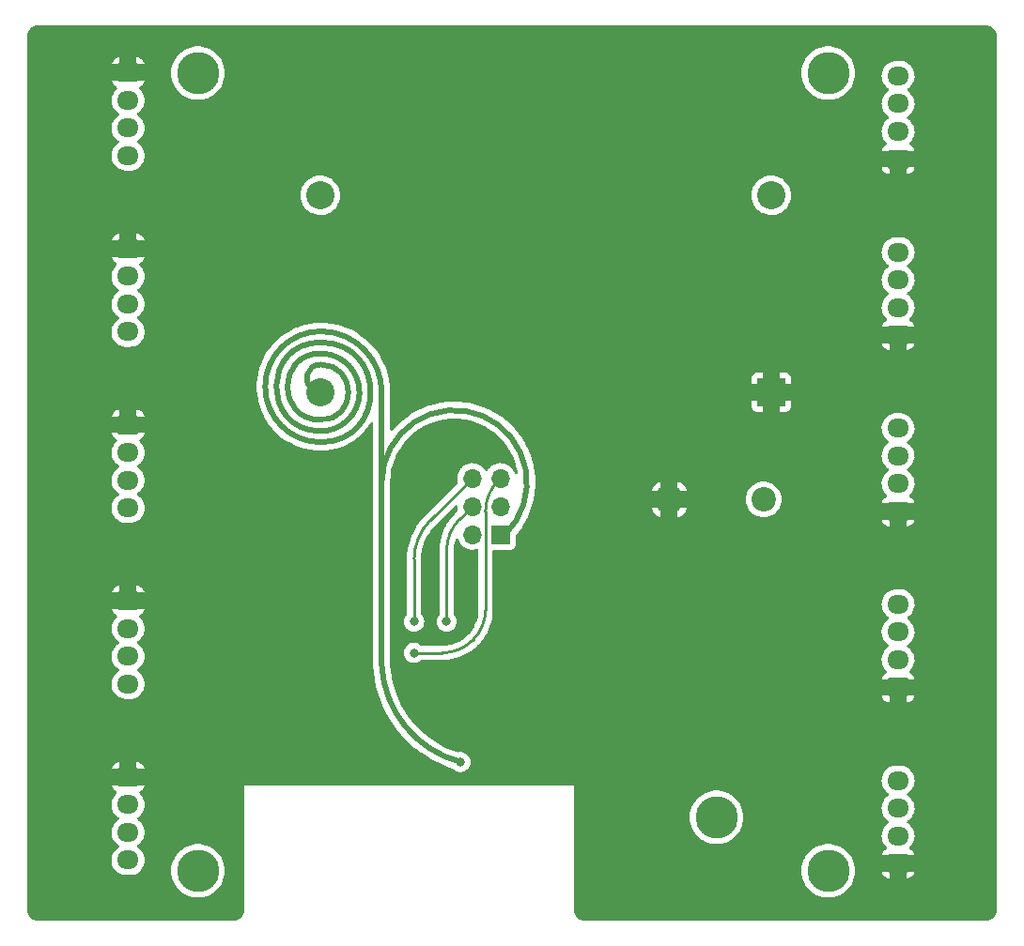
<source format=gbl>
%TF.GenerationSoftware,KiCad,Pcbnew,(6.0.6)*%
%TF.CreationDate,2022-12-02T03:24:18-05:00*%
%TF.ProjectId,esp32-wled,65737033-322d-4776-9c65-642e6b696361,rev?*%
%TF.SameCoordinates,Original*%
%TF.FileFunction,Copper,L2,Bot*%
%TF.FilePolarity,Positive*%
%FSLAX46Y46*%
G04 Gerber Fmt 4.6, Leading zero omitted, Abs format (unit mm)*
G04 Created by KiCad (PCBNEW (6.0.6)) date 2022-12-02 03:24:18*
%MOMM*%
%LPD*%
G01*
G04 APERTURE LIST*
G04 Aperture macros list*
%AMRoundRect*
0 Rectangle with rounded corners*
0 $1 Rounding radius*
0 $2 $3 $4 $5 $6 $7 $8 $9 X,Y pos of 4 corners*
0 Add a 4 corners polygon primitive as box body*
4,1,4,$2,$3,$4,$5,$6,$7,$8,$9,$2,$3,0*
0 Add four circle primitives for the rounded corners*
1,1,$1+$1,$2,$3*
1,1,$1+$1,$4,$5*
1,1,$1+$1,$6,$7*
1,1,$1+$1,$8,$9*
0 Add four rect primitives between the rounded corners*
20,1,$1+$1,$2,$3,$4,$5,0*
20,1,$1+$1,$4,$5,$6,$7,0*
20,1,$1+$1,$6,$7,$8,$9,0*
20,1,$1+$1,$8,$9,$2,$3,0*%
G04 Aperture macros list end*
%TA.AperFunction,ComponentPad*%
%ADD10RoundRect,0.550000X-0.550000X-0.550000X0.550000X-0.550000X0.550000X0.550000X-0.550000X0.550000X0*%
%TD*%
%TA.AperFunction,ComponentPad*%
%ADD11RoundRect,0.250000X0.725000X-0.600000X0.725000X0.600000X-0.725000X0.600000X-0.725000X-0.600000X0*%
%TD*%
%TA.AperFunction,ComponentPad*%
%ADD12O,1.950000X1.700000*%
%TD*%
%TA.AperFunction,ComponentPad*%
%ADD13C,3.800000*%
%TD*%
%TA.AperFunction,ComponentPad*%
%ADD14RoundRect,0.250000X-0.725000X0.600000X-0.725000X-0.600000X0.725000X-0.600000X0.725000X0.600000X0*%
%TD*%
%TA.AperFunction,ComponentPad*%
%ADD15R,1.700000X1.700000*%
%TD*%
%TA.AperFunction,ComponentPad*%
%ADD16O,1.700000X1.700000*%
%TD*%
%TA.AperFunction,ComponentPad*%
%ADD17R,2.540000X2.540000*%
%TD*%
%TA.AperFunction,ComponentPad*%
%ADD18C,2.540000*%
%TD*%
%TA.AperFunction,ComponentPad*%
%ADD19C,2.200000*%
%TD*%
%TA.AperFunction,ViaPad*%
%ADD20C,0.800000*%
%TD*%
%TA.AperFunction,Conductor*%
%ADD21C,0.250000*%
%TD*%
%TA.AperFunction,Conductor*%
%ADD22C,0.500000*%
%TD*%
%TA.AperFunction,Conductor*%
%ADD23C,2.000000*%
%TD*%
G04 APERTURE END LIST*
D10*
%TO.P,12V,1,Pin_1*%
%TO.N,+12V*%
X162509200Y-105260400D03*
%TD*%
D11*
%TO.P,LED10-GPIO27,1,Pin_1*%
%TO.N,+12V*%
X183138400Y-74565200D03*
D12*
%TO.P,LED10-GPIO27,2,Pin_2*%
%TO.N,Net-(LED10-GPIO27-Pad2)*%
X183138400Y-72065200D03*
%TO.P,LED10-GPIO27,3,Pin_3*%
%TO.N,GND*%
X183138400Y-69565200D03*
%TO.P,LED10-GPIO27,4,Pin_4*%
X183138400Y-67065200D03*
%TD*%
D13*
%TO.P, ,4*%
%TO.N,N/C*%
X120038400Y-138766800D03*
%TD*%
D14*
%TO.P,LED1-GPIO4,1,Pin_1*%
%TO.N,+12V*%
X113741200Y-66751200D03*
D12*
%TO.P,LED1-GPIO4,2,Pin_2*%
%TO.N,Net-(LED1-GPIO4-Pad2)*%
X113741200Y-69251200D03*
%TO.P,LED1-GPIO4,3,Pin_3*%
%TO.N,GND*%
X113741200Y-71751200D03*
%TO.P,LED1-GPIO4,4,Pin_4*%
X113741200Y-74251200D03*
%TD*%
D14*
%TO.P,LED3-GPIO17,1,Pin_1*%
%TO.N,+12V*%
X113741200Y-98526600D03*
D12*
%TO.P,LED3-GPIO17,2,Pin_2*%
%TO.N,Net-(LED3-GPIO17-Pad2)*%
X113741200Y-101026600D03*
%TO.P,LED3-GPIO17,3,Pin_3*%
%TO.N,GND*%
X113741200Y-103526600D03*
%TO.P,LED3-GPIO17,4,Pin_4*%
X113741200Y-106026600D03*
%TD*%
D15*
%TO.P,H1,1,VCC*%
%TO.N,+3.3V*%
X147320000Y-108432600D03*
D16*
%TO.P,H1,2,GND*%
%TO.N,GND*%
X144780000Y-108432600D03*
%TO.P,H1,3,EN*%
%TO.N,EN*%
X147320000Y-105892600D03*
%TO.P,H1,4,IO0*%
%TO.N,GPIO0*%
X144780000Y-105892600D03*
%TO.P,H1,5,TX*%
%TO.N,TX*%
X147320000Y-103352600D03*
%TO.P,H1,6,RX*%
%TO.N,RX*%
X144780000Y-103352600D03*
%TD*%
D17*
%TO.P,U2,1,Vin*%
%TO.N,+12V*%
X171704000Y-95605600D03*
D18*
%TO.P,U2,2,GND*%
%TO.N,GND*%
X171704000Y-77825600D03*
%TO.P,U2,3,GND*%
X131064000Y-77825600D03*
%TO.P,U2,4,Vout*%
%TO.N,+3.3V*%
X131064000Y-95605600D03*
%TD*%
D11*
%TO.P,LED6-GPIO32,1,Pin_1*%
%TO.N,+12V*%
X183138400Y-138116000D03*
D12*
%TO.P,LED6-GPIO32,2,Pin_2*%
%TO.N,Net-(LED6-GPIO32-Pad2)*%
X183138400Y-135616000D03*
%TO.P,LED6-GPIO32,3,Pin_3*%
%TO.N,GND*%
X183138400Y-133116000D03*
%TO.P,LED6-GPIO32,4,Pin_4*%
X183138400Y-130616000D03*
%TD*%
D13*
%TO.P, ,1*%
%TO.N,N/C*%
X166776400Y-133946400D03*
%TD*%
D14*
%TO.P,LED2-GPIO16,1,Pin_1*%
%TO.N,+12V*%
X113741200Y-82638900D03*
D12*
%TO.P,LED2-GPIO16,2,Pin_2*%
%TO.N,Net-(LED2-GPIO16-Pad2)*%
X113741200Y-85138900D03*
%TO.P,LED2-GPIO16,3,Pin_3*%
%TO.N,GND*%
X113741200Y-87638900D03*
%TO.P,LED2-GPIO16,4,Pin_4*%
X113741200Y-90138900D03*
%TD*%
D19*
%TO.P,GND,1,Pin_1*%
%TO.N,GND*%
X171015200Y-105260400D03*
%TD*%
D11*
%TO.P,LED9-GPIO26,1,Pin_1*%
%TO.N,+12V*%
X183138400Y-90452900D03*
D12*
%TO.P,LED9-GPIO26,2,Pin_2*%
%TO.N,Net-(LED9-GPIO26-Pad2)*%
X183138400Y-87952900D03*
%TO.P,LED9-GPIO26,3,Pin_3*%
%TO.N,GND*%
X183138400Y-85452900D03*
%TO.P,LED9-GPIO26,4,Pin_4*%
X183138400Y-82952900D03*
%TD*%
D13*
%TO.P, ,5*%
%TO.N,N/C*%
X176836800Y-138766800D03*
%TD*%
D14*
%TO.P,LED5-GPIO23,1,Pin_1*%
%TO.N,+12V*%
X113741200Y-130302000D03*
D12*
%TO.P,LED5-GPIO23,2,Pin_2*%
%TO.N,Net-(LED5-GPIO23-Pad2)*%
X113741200Y-132802000D03*
%TO.P,LED5-GPIO23,3,Pin_3*%
%TO.N,GND*%
X113741200Y-135302000D03*
%TO.P,LED5-GPIO23,4,Pin_4*%
X113741200Y-137802000D03*
%TD*%
D13*
%TO.P, ,3*%
%TO.N,N/C*%
X120038400Y-66804800D03*
%TD*%
D11*
%TO.P,LED7-GPIO33,1,Pin_1*%
%TO.N,+12V*%
X183138400Y-122228300D03*
D12*
%TO.P,LED7-GPIO33,2,Pin_2*%
%TO.N,Net-(LED7-GPIO33-Pad2)*%
X183138400Y-119728300D03*
%TO.P,LED7-GPIO33,3,Pin_3*%
%TO.N,GND*%
X183138400Y-117228300D03*
%TO.P,LED7-GPIO33,4,Pin_4*%
X183138400Y-114728300D03*
%TD*%
D11*
%TO.P,LED8-GPIO25,1,Pin_1*%
%TO.N,+12V*%
X183138400Y-106340600D03*
D12*
%TO.P,LED8-GPIO25,2,Pin_2*%
%TO.N,Net-(LED8-GPIO25-Pad2)*%
X183138400Y-103840600D03*
%TO.P,LED8-GPIO25,3,Pin_3*%
%TO.N,GND*%
X183138400Y-101340600D03*
%TO.P,LED8-GPIO25,4,Pin_4*%
X183138400Y-98840600D03*
%TD*%
D13*
%TO.P, ,2*%
%TO.N,N/C*%
X176836800Y-66804800D03*
%TD*%
D14*
%TO.P,LED4-GPIO22,1,Pin_1*%
%TO.N,+12V*%
X113741200Y-114414300D03*
D12*
%TO.P,LED4-GPIO22,2,Pin_2*%
%TO.N,Net-(LED4-GPIO22-Pad2)*%
X113741200Y-116914300D03*
%TO.P,LED4-GPIO22,3,Pin_3*%
%TO.N,GND*%
X113741200Y-119414300D03*
%TO.P,LED4-GPIO22,4,Pin_4*%
X113741200Y-121914300D03*
%TD*%
D20*
%TO.N,TX*%
X139522200Y-119100600D03*
%TO.N,RX*%
X139522200Y-116271800D03*
%TO.N,GPIO0*%
X142452600Y-116271800D03*
%TO.N,+3.3V*%
X143687800Y-128955800D03*
%TD*%
D21*
%TO.N,RX*%
X144780000Y-103352600D02*
X140986666Y-107145934D01*
X139522178Y-110681468D02*
G75*
G02*
X140986667Y-107145935I5000022J-32D01*
G01*
X139522200Y-110681468D02*
X139522200Y-112572800D01*
X139522200Y-112572800D02*
X139522200Y-116271800D01*
%TO.N,GPIO0*%
X144780000Y-105892600D02*
X143624173Y-107048427D01*
X142452568Y-109876854D02*
G75*
G02*
X143624173Y-107048427I4000032J-46D01*
G01*
X142452600Y-109876854D02*
X142452600Y-116271800D01*
D22*
%TO.N,+3.3V*%
X136600909Y-95600000D02*
G75*
G03*
X131200000Y-90100000I-5500909J0D01*
G01*
X136600909Y-95600000D02*
X136600909Y-120187201D01*
X136600898Y-120187202D02*
G75*
G03*
X143738600Y-128955798I9524202J463402D01*
G01*
D21*
%TO.N,TX*%
X142088388Y-119100591D02*
G75*
G03*
X144775393Y-117987605I12J3799991D01*
G01*
X144842012Y-117921000D02*
G75*
G03*
X145955000Y-115233988I-2687012J2687000D01*
G01*
X142088388Y-119100600D02*
X139522200Y-119100600D01*
X144842006Y-117920994D02*
X144775394Y-117987606D01*
X145955000Y-106374454D02*
X145955000Y-115233988D01*
X147320000Y-103352600D02*
X147126573Y-103546027D01*
X145954968Y-106374454D02*
G75*
G02*
X147126573Y-103546027I4000032J-46D01*
G01*
D22*
%TO.N,+3.3V*%
X147702433Y-108442391D02*
G75*
G03*
X136600909Y-103682800I-4560133J4690391D01*
G01*
D23*
%TO.N,+12V*%
X171704000Y-95605600D02*
X171704000Y-96065600D01*
D22*
%TO.N,+3.3V*%
X131099999Y-93100054D02*
G75*
G03*
X130454400Y-95376999I-28399J-1221946D01*
G01*
X131100000Y-92100000D02*
G75*
G03*
X131100000Y-98100000I0J-3000000D01*
G01*
X130983351Y-99099484D02*
G75*
G03*
X131200000Y-92100000I116649J3499484D01*
G01*
X131100000Y-91098816D02*
G75*
G02*
X131100000Y-100101184I0J-4501184D01*
G01*
X131100000Y-98100000D02*
G75*
G03*
X131100000Y-93100000I0J2500000D01*
G01*
X131100000Y-100101184D02*
G75*
G02*
X131100000Y-90098816I0J5001184D01*
G01*
X130983351Y-99099483D02*
G75*
G02*
X131100000Y-91098816I116649J3999483D01*
G01*
%TD*%
%TA.AperFunction,Conductor*%
%TO.N,+12V*%
G36*
X191030163Y-62500607D02*
G01*
X191206740Y-62517999D01*
X191230957Y-62522815D01*
X191394809Y-62572518D01*
X191417629Y-62581971D01*
X191568631Y-62662683D01*
X191589158Y-62676399D01*
X191721521Y-62785026D01*
X191738974Y-62802479D01*
X191847601Y-62934842D01*
X191861319Y-62955372D01*
X191942029Y-63106371D01*
X191951482Y-63129190D01*
X192001185Y-63293043D01*
X192006002Y-63317263D01*
X192023393Y-63493837D01*
X192024000Y-63506187D01*
X192024000Y-142265813D01*
X192023393Y-142278163D01*
X192006002Y-142454737D01*
X192001185Y-142478957D01*
X191951482Y-142642809D01*
X191942029Y-142665629D01*
X191861319Y-142816628D01*
X191847601Y-142837158D01*
X191738974Y-142969521D01*
X191721521Y-142986974D01*
X191589158Y-143095601D01*
X191568631Y-143109317D01*
X191476417Y-143158607D01*
X191417629Y-143190029D01*
X191394810Y-143199482D01*
X191230957Y-143249185D01*
X191206740Y-143254001D01*
X191030163Y-143271393D01*
X191017813Y-143272000D01*
X154930187Y-143272000D01*
X154917837Y-143271393D01*
X154741260Y-143254001D01*
X154717043Y-143249185D01*
X154553190Y-143199482D01*
X154530371Y-143190029D01*
X154471583Y-143158607D01*
X154379369Y-143109317D01*
X154358842Y-143095601D01*
X154226479Y-142986974D01*
X154209026Y-142969521D01*
X154100399Y-142837158D01*
X154086681Y-142816628D01*
X154005971Y-142665629D01*
X153996518Y-142642809D01*
X153946815Y-142478957D01*
X153941998Y-142454737D01*
X153924607Y-142278163D01*
X153924000Y-142265813D01*
X153924000Y-138766800D01*
X174423538Y-138766800D01*
X174442567Y-139069262D01*
X174499355Y-139366954D01*
X174593006Y-139655181D01*
X174722042Y-139929398D01*
X174884430Y-140185280D01*
X175077608Y-140418792D01*
X175298529Y-140626250D01*
X175543710Y-140804384D01*
X175809283Y-140950385D01*
X175812952Y-140951838D01*
X175812957Y-140951840D01*
X176087391Y-141060496D01*
X176091061Y-141061949D01*
X176384600Y-141137316D01*
X176685270Y-141175300D01*
X176988330Y-141175300D01*
X177289000Y-141137316D01*
X177582539Y-141061949D01*
X177586209Y-141060496D01*
X177860643Y-140951840D01*
X177860648Y-140951838D01*
X177864317Y-140950385D01*
X178129890Y-140804384D01*
X178375071Y-140626250D01*
X178595992Y-140418792D01*
X178789170Y-140185280D01*
X178951558Y-139929398D01*
X179080594Y-139655181D01*
X179174245Y-139366954D01*
X179231033Y-139069262D01*
X179243093Y-138877577D01*
X181668328Y-138877577D01*
X181668548Y-138878599D01*
X181719988Y-139032784D01*
X181726161Y-139045962D01*
X181811463Y-139183807D01*
X181820499Y-139195208D01*
X181935229Y-139309739D01*
X181946640Y-139318751D01*
X182084643Y-139403816D01*
X182097824Y-139409963D01*
X182252110Y-139461138D01*
X182265486Y-139464005D01*
X182359838Y-139473672D01*
X182366254Y-139474000D01*
X182370285Y-139474000D01*
X182385524Y-139469525D01*
X182386729Y-139468135D01*
X182388400Y-139460452D01*
X182388400Y-139455884D01*
X183888400Y-139455884D01*
X183892875Y-139471123D01*
X183894265Y-139472328D01*
X183901948Y-139473999D01*
X183910495Y-139473999D01*
X183917014Y-139473662D01*
X184012606Y-139463743D01*
X184026000Y-139460851D01*
X184180184Y-139409412D01*
X184193362Y-139403239D01*
X184331207Y-139317937D01*
X184342608Y-139308901D01*
X184457139Y-139194171D01*
X184466151Y-139182760D01*
X184551216Y-139044757D01*
X184557363Y-139031576D01*
X184608254Y-138878146D01*
X184606618Y-138869325D01*
X184594379Y-138866000D01*
X183906515Y-138866000D01*
X183891276Y-138870475D01*
X183890071Y-138871865D01*
X183888400Y-138879548D01*
X183888400Y-139455884D01*
X182388400Y-139455884D01*
X182388400Y-138884115D01*
X182383925Y-138868876D01*
X182382535Y-138867671D01*
X182374852Y-138866000D01*
X181683854Y-138866000D01*
X181669536Y-138870204D01*
X181668328Y-138877577D01*
X179243093Y-138877577D01*
X179250062Y-138766800D01*
X179231033Y-138464338D01*
X179174245Y-138166646D01*
X179080594Y-137878419D01*
X179077344Y-137871511D01*
X178968955Y-137641173D01*
X178951558Y-137604202D01*
X178789170Y-137348320D01*
X178595992Y-137114808D01*
X178375071Y-136907350D01*
X178129890Y-136729216D01*
X178043569Y-136681760D01*
X177867786Y-136585122D01*
X177867785Y-136585121D01*
X177864317Y-136583215D01*
X177860648Y-136581762D01*
X177860643Y-136581760D01*
X177586209Y-136473104D01*
X177586208Y-136473104D01*
X177582539Y-136471651D01*
X177289000Y-136396284D01*
X176988330Y-136358300D01*
X176685270Y-136358300D01*
X176384600Y-136396284D01*
X176091061Y-136471651D01*
X176087392Y-136473104D01*
X176087391Y-136473104D01*
X175812957Y-136581760D01*
X175812952Y-136581762D01*
X175809283Y-136583215D01*
X175805815Y-136585121D01*
X175805814Y-136585122D01*
X175630032Y-136681760D01*
X175543710Y-136729216D01*
X175298529Y-136907350D01*
X175077608Y-137114808D01*
X174884430Y-137348320D01*
X174722042Y-137604202D01*
X174704645Y-137641173D01*
X174596257Y-137871511D01*
X174593006Y-137878419D01*
X174499355Y-138166646D01*
X174442567Y-138464338D01*
X174423538Y-138766800D01*
X153924000Y-138766800D01*
X153924000Y-133946400D01*
X164363138Y-133946400D01*
X164382167Y-134248862D01*
X164438955Y-134546554D01*
X164485959Y-134691217D01*
X164526908Y-134817243D01*
X164532606Y-134834781D01*
X164534293Y-134838367D01*
X164534295Y-134838371D01*
X164570555Y-134915428D01*
X164661642Y-135108998D01*
X164824030Y-135364880D01*
X164826549Y-135367925D01*
X164826552Y-135367929D01*
X164882470Y-135435521D01*
X165017208Y-135598392D01*
X165020095Y-135601103D01*
X165212900Y-135782158D01*
X165238129Y-135805850D01*
X165483310Y-135983984D01*
X165486779Y-135985891D01*
X165486782Y-135985893D01*
X165557444Y-136024740D01*
X165748883Y-136129985D01*
X165752552Y-136131438D01*
X165752557Y-136131440D01*
X165948712Y-136209103D01*
X166030661Y-136241549D01*
X166324200Y-136316916D01*
X166624870Y-136354900D01*
X166927930Y-136354900D01*
X167228600Y-136316916D01*
X167522139Y-136241549D01*
X167604088Y-136209103D01*
X167800243Y-136131440D01*
X167800248Y-136131438D01*
X167803917Y-136129985D01*
X167995356Y-136024740D01*
X168066018Y-135985893D01*
X168066021Y-135985891D01*
X168069490Y-135983984D01*
X168314671Y-135805850D01*
X168339901Y-135782158D01*
X168532705Y-135601103D01*
X168535592Y-135598392D01*
X168574158Y-135551774D01*
X181651502Y-135551774D01*
X181651702Y-135557103D01*
X181651702Y-135557105D01*
X181653252Y-135598392D01*
X181660151Y-135782158D01*
X181707493Y-136007791D01*
X181709451Y-136012750D01*
X181709452Y-136012752D01*
X181785543Y-136205424D01*
X181792176Y-136222221D01*
X181794943Y-136226780D01*
X181794944Y-136226783D01*
X181804500Y-136242530D01*
X181911777Y-136419317D01*
X181915274Y-136423347D01*
X182055655Y-136585122D01*
X182062877Y-136593445D01*
X182083906Y-136610688D01*
X182098929Y-136623006D01*
X182138924Y-136681666D01*
X182140855Y-136752636D01*
X182104110Y-136813384D01*
X182085341Y-136827584D01*
X181945593Y-136914063D01*
X181934192Y-136923099D01*
X181819661Y-137037829D01*
X181810649Y-137049240D01*
X181725584Y-137187243D01*
X181719437Y-137200424D01*
X181668546Y-137353854D01*
X181670182Y-137362675D01*
X181682421Y-137366000D01*
X184592946Y-137366000D01*
X184607264Y-137361796D01*
X184608472Y-137354423D01*
X184608252Y-137353401D01*
X184556812Y-137199216D01*
X184550639Y-137186038D01*
X184465337Y-137048193D01*
X184456301Y-137036792D01*
X184341571Y-136922261D01*
X184330157Y-136913247D01*
X184190687Y-136827277D01*
X184143193Y-136774505D01*
X184131769Y-136704434D01*
X184160043Y-136639310D01*
X184169830Y-136628847D01*
X184188866Y-136610688D01*
X184284535Y-136519424D01*
X184422154Y-136334458D01*
X184452175Y-136275412D01*
X184524222Y-136133704D01*
X184526640Y-136128949D01*
X184562721Y-136012752D01*
X184593424Y-135913871D01*
X184595007Y-135908773D01*
X184608648Y-135805850D01*
X184624598Y-135685511D01*
X184624598Y-135685506D01*
X184625298Y-135680226D01*
X184616649Y-135449842D01*
X184569307Y-135224209D01*
X184567348Y-135219248D01*
X184486585Y-135014744D01*
X184486584Y-135014742D01*
X184484624Y-135009779D01*
X184481196Y-135004129D01*
X184367790Y-134817243D01*
X184365023Y-134812683D01*
X184278155Y-134712576D01*
X184217423Y-134642588D01*
X184217421Y-134642586D01*
X184213923Y-134638555D01*
X184141608Y-134579260D01*
X184039773Y-134495760D01*
X184039767Y-134495756D01*
X184035645Y-134492376D01*
X184004150Y-134474448D01*
X183954845Y-134423368D01*
X183940983Y-134353738D01*
X183966966Y-134287667D01*
X183996116Y-134260427D01*
X184013294Y-134248862D01*
X184117719Y-134178559D01*
X184284535Y-134019424D01*
X184422154Y-133834458D01*
X184452175Y-133775412D01*
X184524222Y-133633704D01*
X184526640Y-133628949D01*
X184562721Y-133512752D01*
X184593424Y-133413871D01*
X184595007Y-133408773D01*
X184608118Y-133309852D01*
X184624598Y-133185511D01*
X184624598Y-133185506D01*
X184625298Y-133180226D01*
X184616649Y-132949842D01*
X184569307Y-132724209D01*
X184567348Y-132719248D01*
X184486585Y-132514744D01*
X184486584Y-132514742D01*
X184484624Y-132509779D01*
X184481196Y-132504129D01*
X184367790Y-132317243D01*
X184365023Y-132312683D01*
X184278155Y-132212576D01*
X184217423Y-132142588D01*
X184217421Y-132142586D01*
X184213923Y-132138555D01*
X184141608Y-132079260D01*
X184039773Y-131995760D01*
X184039767Y-131995756D01*
X184035645Y-131992376D01*
X184004150Y-131974448D01*
X183954845Y-131923368D01*
X183940983Y-131853738D01*
X183966966Y-131787667D01*
X183996116Y-131760427D01*
X184027016Y-131739624D01*
X184117719Y-131678559D01*
X184147374Y-131650270D01*
X184280678Y-131523103D01*
X184284535Y-131519424D01*
X184422154Y-131334458D01*
X184526640Y-131128949D01*
X184546622Y-131064599D01*
X184593424Y-130913871D01*
X184595007Y-130908773D01*
X184595708Y-130903484D01*
X184624598Y-130685511D01*
X184624598Y-130685506D01*
X184625298Y-130680226D01*
X184616649Y-130449842D01*
X184569307Y-130224209D01*
X184484624Y-130009779D01*
X184365023Y-129812683D01*
X184278155Y-129712576D01*
X184217423Y-129642588D01*
X184217421Y-129642586D01*
X184213923Y-129638555D01*
X184172370Y-129604484D01*
X184039773Y-129495760D01*
X184039767Y-129495756D01*
X184035645Y-129492376D01*
X184031009Y-129489737D01*
X184031006Y-129489735D01*
X183839929Y-129380968D01*
X183835286Y-129378325D01*
X183618575Y-129299663D01*
X183613326Y-129298714D01*
X183613323Y-129298713D01*
X183395792Y-129259377D01*
X183395785Y-129259376D01*
X183391708Y-129258639D01*
X183373986Y-129257803D01*
X183369044Y-129257570D01*
X183369037Y-129257570D01*
X183367556Y-129257500D01*
X182955510Y-129257500D01*
X182888591Y-129263178D01*
X182788991Y-129271629D01*
X182788987Y-129271630D01*
X182783680Y-129272080D01*
X182778525Y-129273418D01*
X182778519Y-129273419D01*
X182565697Y-129328657D01*
X182565693Y-129328658D01*
X182560528Y-129329999D01*
X182555662Y-129332191D01*
X182555659Y-129332192D01*
X182447380Y-129380968D01*
X182350325Y-129424688D01*
X182159081Y-129553441D01*
X181992265Y-129712576D01*
X181854646Y-129897542D01*
X181750160Y-130103051D01*
X181748578Y-130108145D01*
X181748577Y-130108148D01*
X181686515Y-130308020D01*
X181681793Y-130323227D01*
X181681092Y-130328516D01*
X181665704Y-130444623D01*
X181651502Y-130551774D01*
X181660151Y-130782158D01*
X181707493Y-131007791D01*
X181709451Y-131012750D01*
X181709452Y-131012752D01*
X181729928Y-131064599D01*
X181792176Y-131222221D01*
X181794943Y-131226780D01*
X181794944Y-131226783D01*
X181798087Y-131231962D01*
X181911777Y-131419317D01*
X181915274Y-131423347D01*
X182014678Y-131537900D01*
X182062877Y-131593445D01*
X182067008Y-131596832D01*
X182237027Y-131736240D01*
X182237033Y-131736244D01*
X182241155Y-131739624D01*
X182272650Y-131757552D01*
X182321955Y-131808632D01*
X182335817Y-131878262D01*
X182309834Y-131944333D01*
X182280684Y-131971573D01*
X182159081Y-132053441D01*
X182155224Y-132057120D01*
X182155222Y-132057122D01*
X182121113Y-132089661D01*
X181992265Y-132212576D01*
X181854646Y-132397542D01*
X181852230Y-132402293D01*
X181852228Y-132402297D01*
X181845552Y-132415428D01*
X181750160Y-132603051D01*
X181748578Y-132608145D01*
X181748577Y-132608148D01*
X181709968Y-132732489D01*
X181681793Y-132823227D01*
X181681092Y-132828516D01*
X181661893Y-132973377D01*
X181651502Y-133051774D01*
X181660151Y-133282158D01*
X181707493Y-133507791D01*
X181709451Y-133512750D01*
X181709452Y-133512752D01*
X181785543Y-133705424D01*
X181792176Y-133722221D01*
X181911777Y-133919317D01*
X181915274Y-133923347D01*
X182026017Y-134050967D01*
X182062877Y-134093445D01*
X182083906Y-134110688D01*
X182237027Y-134236240D01*
X182237033Y-134236244D01*
X182241155Y-134239624D01*
X182272650Y-134257552D01*
X182321955Y-134308632D01*
X182335817Y-134378262D01*
X182309834Y-134444333D01*
X182280684Y-134471573D01*
X182159081Y-134553441D01*
X182155224Y-134557120D01*
X182155222Y-134557122D01*
X182085864Y-134623287D01*
X181992265Y-134712576D01*
X181854646Y-134897542D01*
X181852230Y-134902293D01*
X181852228Y-134902297D01*
X181845552Y-134915428D01*
X181750160Y-135103051D01*
X181748578Y-135108145D01*
X181748577Y-135108148D01*
X181709968Y-135232489D01*
X181681793Y-135323227D01*
X181681092Y-135328516D01*
X181661893Y-135473377D01*
X181651502Y-135551774D01*
X168574158Y-135551774D01*
X168670330Y-135435521D01*
X168726248Y-135367929D01*
X168726251Y-135367925D01*
X168728770Y-135364880D01*
X168891158Y-135108998D01*
X168982245Y-134915428D01*
X169018505Y-134838371D01*
X169018507Y-134838367D01*
X169020194Y-134834781D01*
X169025893Y-134817243D01*
X169066841Y-134691217D01*
X169113845Y-134546554D01*
X169170633Y-134248862D01*
X169189662Y-133946400D01*
X169170633Y-133643938D01*
X169113845Y-133346246D01*
X169020194Y-133058019D01*
X169017256Y-133051774D01*
X168932430Y-132871511D01*
X168891158Y-132783802D01*
X168728770Y-132527920D01*
X168717682Y-132514516D01*
X168627287Y-132405248D01*
X168535592Y-132294408D01*
X168314671Y-132086950D01*
X168069490Y-131908816D01*
X168058646Y-131902854D01*
X167807386Y-131764722D01*
X167807385Y-131764721D01*
X167803917Y-131762815D01*
X167800248Y-131761362D01*
X167800243Y-131761360D01*
X167525809Y-131652704D01*
X167525808Y-131652704D01*
X167522139Y-131651251D01*
X167228600Y-131575884D01*
X166927930Y-131537900D01*
X166624870Y-131537900D01*
X166324200Y-131575884D01*
X166030661Y-131651251D01*
X166026992Y-131652704D01*
X166026991Y-131652704D01*
X165752557Y-131761360D01*
X165752552Y-131761362D01*
X165748883Y-131762815D01*
X165745415Y-131764721D01*
X165745414Y-131764722D01*
X165494155Y-131902854D01*
X165483310Y-131908816D01*
X165238129Y-132086950D01*
X165017208Y-132294408D01*
X164925513Y-132405248D01*
X164835119Y-132514516D01*
X164824030Y-132527920D01*
X164661642Y-132783802D01*
X164620370Y-132871511D01*
X164535545Y-133051774D01*
X164532606Y-133058019D01*
X164438955Y-133346246D01*
X164382167Y-133643938D01*
X164363138Y-133946400D01*
X153924000Y-133946400D01*
X153924000Y-131080000D01*
X124206000Y-131080000D01*
X124206000Y-142265813D01*
X124205393Y-142278163D01*
X124188002Y-142454737D01*
X124183185Y-142478957D01*
X124133482Y-142642809D01*
X124124029Y-142665629D01*
X124043319Y-142816628D01*
X124029601Y-142837158D01*
X123920974Y-142969521D01*
X123903521Y-142986974D01*
X123771158Y-143095601D01*
X123750631Y-143109317D01*
X123658417Y-143158607D01*
X123599629Y-143190029D01*
X123576810Y-143199482D01*
X123412957Y-143249185D01*
X123388740Y-143254001D01*
X123212163Y-143271393D01*
X123199813Y-143272000D01*
X105654187Y-143272000D01*
X105641837Y-143271393D01*
X105465260Y-143254001D01*
X105441043Y-143249185D01*
X105277190Y-143199482D01*
X105254371Y-143190029D01*
X105195583Y-143158607D01*
X105103369Y-143109317D01*
X105082842Y-143095601D01*
X104950479Y-142986974D01*
X104933026Y-142969521D01*
X104824399Y-142837158D01*
X104810681Y-142816628D01*
X104729971Y-142665629D01*
X104720518Y-142642809D01*
X104670815Y-142478957D01*
X104665998Y-142454737D01*
X104648607Y-142278163D01*
X104648000Y-142265813D01*
X104648000Y-137737774D01*
X112254302Y-137737774D01*
X112262951Y-137968158D01*
X112310293Y-138193791D01*
X112394976Y-138408221D01*
X112397743Y-138412780D01*
X112397744Y-138412783D01*
X112460198Y-138515703D01*
X112514577Y-138605317D01*
X112518074Y-138609347D01*
X112658139Y-138770758D01*
X112665677Y-138779445D01*
X112669808Y-138782832D01*
X112839827Y-138922240D01*
X112839833Y-138922244D01*
X112843955Y-138925624D01*
X112848591Y-138928263D01*
X112848594Y-138928265D01*
X112957622Y-138990327D01*
X113044314Y-139039675D01*
X113261025Y-139118337D01*
X113266274Y-139119286D01*
X113266277Y-139119287D01*
X113483808Y-139158623D01*
X113483815Y-139158624D01*
X113487892Y-139159361D01*
X113505614Y-139160197D01*
X113510556Y-139160430D01*
X113510563Y-139160430D01*
X113512044Y-139160500D01*
X113924090Y-139160500D01*
X113991009Y-139154822D01*
X114090609Y-139146371D01*
X114090613Y-139146370D01*
X114095920Y-139145920D01*
X114101075Y-139144582D01*
X114101081Y-139144581D01*
X114313903Y-139089343D01*
X114313907Y-139089342D01*
X114319072Y-139088001D01*
X114323938Y-139085809D01*
X114323941Y-139085808D01*
X114524402Y-138995507D01*
X114529275Y-138993312D01*
X114720519Y-138864559D01*
X114822997Y-138766800D01*
X117625138Y-138766800D01*
X117644167Y-139069262D01*
X117700955Y-139366954D01*
X117794606Y-139655181D01*
X117923642Y-139929398D01*
X118086030Y-140185280D01*
X118279208Y-140418792D01*
X118500129Y-140626250D01*
X118745310Y-140804384D01*
X119010883Y-140950385D01*
X119014552Y-140951838D01*
X119014557Y-140951840D01*
X119288991Y-141060496D01*
X119292661Y-141061949D01*
X119586200Y-141137316D01*
X119886870Y-141175300D01*
X120189930Y-141175300D01*
X120490600Y-141137316D01*
X120784139Y-141061949D01*
X120787809Y-141060496D01*
X121062243Y-140951840D01*
X121062248Y-140951838D01*
X121065917Y-140950385D01*
X121331490Y-140804384D01*
X121576671Y-140626250D01*
X121797592Y-140418792D01*
X121990770Y-140185280D01*
X122153158Y-139929398D01*
X122282194Y-139655181D01*
X122375845Y-139366954D01*
X122432633Y-139069262D01*
X122451662Y-138766800D01*
X122432633Y-138464338D01*
X122375845Y-138166646D01*
X122282194Y-137878419D01*
X122278944Y-137871511D01*
X122170555Y-137641173D01*
X122153158Y-137604202D01*
X121990770Y-137348320D01*
X121797592Y-137114808D01*
X121576671Y-136907350D01*
X121331490Y-136729216D01*
X121245169Y-136681760D01*
X121069386Y-136585122D01*
X121069385Y-136585121D01*
X121065917Y-136583215D01*
X121062248Y-136581762D01*
X121062243Y-136581760D01*
X120787809Y-136473104D01*
X120787808Y-136473104D01*
X120784139Y-136471651D01*
X120490600Y-136396284D01*
X120189930Y-136358300D01*
X119886870Y-136358300D01*
X119586200Y-136396284D01*
X119292661Y-136471651D01*
X119288992Y-136473104D01*
X119288991Y-136473104D01*
X119014557Y-136581760D01*
X119014552Y-136581762D01*
X119010883Y-136583215D01*
X119007415Y-136585121D01*
X119007414Y-136585122D01*
X118831632Y-136681760D01*
X118745310Y-136729216D01*
X118500129Y-136907350D01*
X118279208Y-137114808D01*
X118086030Y-137348320D01*
X117923642Y-137604202D01*
X117906245Y-137641173D01*
X117797857Y-137871511D01*
X117794606Y-137878419D01*
X117700955Y-138166646D01*
X117644167Y-138464338D01*
X117625138Y-138766800D01*
X114822997Y-138766800D01*
X114887335Y-138705424D01*
X115024954Y-138520458D01*
X115129440Y-138314949D01*
X115165521Y-138198752D01*
X115196224Y-138099871D01*
X115197807Y-138094773D01*
X115198508Y-138089484D01*
X115227398Y-137871511D01*
X115227398Y-137871506D01*
X115228098Y-137866226D01*
X115219449Y-137635842D01*
X115172107Y-137410209D01*
X115149851Y-137353854D01*
X115089385Y-137200744D01*
X115089384Y-137200742D01*
X115087424Y-137195779D01*
X115082245Y-137187243D01*
X114970590Y-137003243D01*
X114967823Y-136998683D01*
X114888569Y-136907350D01*
X114820223Y-136828588D01*
X114820221Y-136828586D01*
X114816723Y-136824555D01*
X114729012Y-136752636D01*
X114642573Y-136681760D01*
X114642567Y-136681756D01*
X114638445Y-136678376D01*
X114606950Y-136660448D01*
X114557645Y-136609368D01*
X114543783Y-136539738D01*
X114569766Y-136473667D01*
X114598916Y-136446427D01*
X114674134Y-136395787D01*
X114720519Y-136364559D01*
X114730645Y-136354900D01*
X114883478Y-136209103D01*
X114887335Y-136205424D01*
X115024954Y-136020458D01*
X115031395Y-136007791D01*
X115082018Y-135908221D01*
X115129440Y-135814949D01*
X115131543Y-135808178D01*
X115196224Y-135599871D01*
X115197807Y-135594773D01*
X115203506Y-135551774D01*
X115227398Y-135371511D01*
X115227398Y-135371506D01*
X115228098Y-135366226D01*
X115219449Y-135135842D01*
X115172107Y-134910209D01*
X115170148Y-134905248D01*
X115089385Y-134700744D01*
X115089384Y-134700742D01*
X115087424Y-134695779D01*
X114967823Y-134498683D01*
X114880955Y-134398576D01*
X114820223Y-134328588D01*
X114820221Y-134328586D01*
X114816723Y-134324555D01*
X114771735Y-134287667D01*
X114642573Y-134181760D01*
X114642567Y-134181756D01*
X114638445Y-134178376D01*
X114606950Y-134160448D01*
X114557645Y-134109368D01*
X114543783Y-134039738D01*
X114569766Y-133973667D01*
X114598916Y-133946427D01*
X114645957Y-133914757D01*
X114720519Y-133864559D01*
X114757058Y-133829703D01*
X114883478Y-133709103D01*
X114887335Y-133705424D01*
X115024954Y-133520458D01*
X115031395Y-133507791D01*
X115082018Y-133408221D01*
X115129440Y-133314949D01*
X115138002Y-133287377D01*
X115196224Y-133099871D01*
X115197807Y-133094773D01*
X115203506Y-133051774D01*
X115227398Y-132871511D01*
X115227398Y-132871506D01*
X115228098Y-132866226D01*
X115219449Y-132635842D01*
X115172107Y-132410209D01*
X115170148Y-132405248D01*
X115089385Y-132200744D01*
X115089384Y-132200742D01*
X115087424Y-132195779D01*
X114967823Y-131998683D01*
X114880955Y-131898576D01*
X114820223Y-131828588D01*
X114820221Y-131828586D01*
X114816723Y-131824555D01*
X114780671Y-131794994D01*
X114740676Y-131736334D01*
X114738745Y-131665364D01*
X114775490Y-131604616D01*
X114794259Y-131590416D01*
X114934007Y-131503937D01*
X114945408Y-131494901D01*
X115059939Y-131380171D01*
X115068951Y-131368760D01*
X115154016Y-131230757D01*
X115160163Y-131217576D01*
X115211054Y-131064146D01*
X115209418Y-131055325D01*
X115197179Y-131052000D01*
X112286654Y-131052000D01*
X112272336Y-131056204D01*
X112271128Y-131063577D01*
X112271348Y-131064599D01*
X112322788Y-131218784D01*
X112328961Y-131231962D01*
X112414263Y-131369807D01*
X112423299Y-131381208D01*
X112538029Y-131495739D01*
X112549443Y-131504753D01*
X112688913Y-131590723D01*
X112736407Y-131643495D01*
X112747831Y-131713566D01*
X112719557Y-131778690D01*
X112709774Y-131789149D01*
X112595065Y-131898576D01*
X112591882Y-131902854D01*
X112587446Y-131908816D01*
X112457446Y-132083542D01*
X112455030Y-132088293D01*
X112455028Y-132088297D01*
X112405203Y-132186296D01*
X112352960Y-132289051D01*
X112351378Y-132294145D01*
X112351377Y-132294148D01*
X112289315Y-132494020D01*
X112284593Y-132509227D01*
X112283892Y-132514516D01*
X112256100Y-132724209D01*
X112254302Y-132737774D01*
X112262951Y-132968158D01*
X112264046Y-132973377D01*
X112282597Y-133061792D01*
X112310293Y-133193791D01*
X112312251Y-133198750D01*
X112312252Y-133198752D01*
X112369010Y-133342470D01*
X112394976Y-133408221D01*
X112397743Y-133412780D01*
X112397744Y-133412783D01*
X112452230Y-133502572D01*
X112514577Y-133605317D01*
X112518074Y-133609347D01*
X112616021Y-133722221D01*
X112665677Y-133779445D01*
X112669808Y-133782832D01*
X112839827Y-133922240D01*
X112839833Y-133922244D01*
X112843955Y-133925624D01*
X112875450Y-133943552D01*
X112924755Y-133994632D01*
X112938617Y-134064262D01*
X112912634Y-134130333D01*
X112883484Y-134157573D01*
X112761881Y-134239441D01*
X112758024Y-134243120D01*
X112758022Y-134243122D01*
X112752005Y-134248862D01*
X112595065Y-134398576D01*
X112457446Y-134583542D01*
X112455030Y-134588293D01*
X112455028Y-134588297D01*
X112405203Y-134686296D01*
X112352960Y-134789051D01*
X112351378Y-134794145D01*
X112351377Y-134794148D01*
X112289315Y-134994020D01*
X112284593Y-135009227D01*
X112283892Y-135014516D01*
X112256100Y-135224209D01*
X112254302Y-135237774D01*
X112262951Y-135468158D01*
X112310293Y-135693791D01*
X112312251Y-135698750D01*
X112312252Y-135698752D01*
X112343086Y-135776827D01*
X112394976Y-135908221D01*
X112397743Y-135912780D01*
X112397744Y-135912783D01*
X112452230Y-136002572D01*
X112514577Y-136105317D01*
X112518074Y-136109347D01*
X112632793Y-136241549D01*
X112665677Y-136279445D01*
X112669808Y-136282832D01*
X112839827Y-136422240D01*
X112839833Y-136422244D01*
X112843955Y-136425624D01*
X112875450Y-136443552D01*
X112924755Y-136494632D01*
X112938617Y-136564262D01*
X112912634Y-136630333D01*
X112883484Y-136657573D01*
X112761881Y-136739441D01*
X112758024Y-136743120D01*
X112758022Y-136743122D01*
X112690734Y-136807312D01*
X112595065Y-136898576D01*
X112457446Y-137083542D01*
X112455030Y-137088293D01*
X112455028Y-137088297D01*
X112439998Y-137117860D01*
X112352960Y-137289051D01*
X112351378Y-137294145D01*
X112351377Y-137294148D01*
X112289315Y-137494020D01*
X112284593Y-137509227D01*
X112283892Y-137514516D01*
X112268504Y-137630623D01*
X112254302Y-137737774D01*
X104648000Y-137737774D01*
X104648000Y-129539854D01*
X112271346Y-129539854D01*
X112272982Y-129548675D01*
X112285221Y-129552000D01*
X112973085Y-129552000D01*
X112988324Y-129547525D01*
X112989529Y-129546135D01*
X112991200Y-129538452D01*
X112991200Y-129533885D01*
X114491200Y-129533885D01*
X114495675Y-129549124D01*
X114497065Y-129550329D01*
X114504748Y-129552000D01*
X115195746Y-129552000D01*
X115210064Y-129547796D01*
X115211272Y-129540423D01*
X115211052Y-129539401D01*
X115159612Y-129385216D01*
X115153439Y-129372038D01*
X115068137Y-129234193D01*
X115059101Y-129222792D01*
X114944371Y-129108261D01*
X114932960Y-129099249D01*
X114794957Y-129014184D01*
X114781776Y-129008037D01*
X114627490Y-128956862D01*
X114614114Y-128953995D01*
X114519762Y-128944328D01*
X114513345Y-128944000D01*
X114509315Y-128944000D01*
X114494076Y-128948475D01*
X114492871Y-128949865D01*
X114491200Y-128957548D01*
X114491200Y-129533885D01*
X112991200Y-129533885D01*
X112991200Y-128962116D01*
X112986725Y-128946877D01*
X112985335Y-128945672D01*
X112977652Y-128944001D01*
X112969105Y-128944001D01*
X112962586Y-128944338D01*
X112866994Y-128954257D01*
X112853600Y-128957149D01*
X112699416Y-129008588D01*
X112686238Y-129014761D01*
X112548393Y-129100063D01*
X112536992Y-129109099D01*
X112422461Y-129223829D01*
X112413449Y-129235240D01*
X112328384Y-129373243D01*
X112322237Y-129386424D01*
X112271346Y-129539854D01*
X104648000Y-129539854D01*
X104648000Y-121850074D01*
X112254302Y-121850074D01*
X112262951Y-122080458D01*
X112310293Y-122306091D01*
X112394976Y-122520521D01*
X112514577Y-122717617D01*
X112518074Y-122721647D01*
X112645036Y-122867958D01*
X112665677Y-122891745D01*
X112669808Y-122895132D01*
X112839827Y-123034540D01*
X112839833Y-123034544D01*
X112843955Y-123037924D01*
X112848591Y-123040563D01*
X112848594Y-123040565D01*
X112957622Y-123102627D01*
X113044314Y-123151975D01*
X113261025Y-123230637D01*
X113266274Y-123231586D01*
X113266277Y-123231587D01*
X113483808Y-123270923D01*
X113483815Y-123270924D01*
X113487892Y-123271661D01*
X113505614Y-123272497D01*
X113510556Y-123272730D01*
X113510563Y-123272730D01*
X113512044Y-123272800D01*
X113924090Y-123272800D01*
X113991009Y-123267122D01*
X114090609Y-123258671D01*
X114090613Y-123258670D01*
X114095920Y-123258220D01*
X114101075Y-123256882D01*
X114101081Y-123256881D01*
X114313903Y-123201643D01*
X114313907Y-123201642D01*
X114319072Y-123200301D01*
X114323938Y-123198109D01*
X114323941Y-123198108D01*
X114524402Y-123107807D01*
X114529275Y-123105612D01*
X114720519Y-122976859D01*
X114887335Y-122817724D01*
X115024954Y-122632758D01*
X115129440Y-122427249D01*
X115157095Y-122338188D01*
X115196224Y-122212171D01*
X115197807Y-122207073D01*
X115198508Y-122201784D01*
X115227398Y-121983811D01*
X115227398Y-121983806D01*
X115228098Y-121978526D01*
X115219449Y-121748142D01*
X115172107Y-121522509D01*
X115149851Y-121466154D01*
X115089385Y-121313044D01*
X115089384Y-121313042D01*
X115087424Y-121308079D01*
X115082245Y-121299543D01*
X114970590Y-121115543D01*
X114967823Y-121110983D01*
X114880955Y-121010876D01*
X114820223Y-120940888D01*
X114820221Y-120940886D01*
X114816723Y-120936855D01*
X114729012Y-120864936D01*
X114642573Y-120794060D01*
X114642567Y-120794056D01*
X114638445Y-120790676D01*
X114606950Y-120772748D01*
X114557645Y-120721668D01*
X114543783Y-120652038D01*
X114569766Y-120585967D01*
X114598916Y-120558727D01*
X114645957Y-120527057D01*
X114720519Y-120476859D01*
X114757058Y-120442003D01*
X114883478Y-120321403D01*
X114887335Y-120317724D01*
X115024954Y-120132758D01*
X115031395Y-120120091D01*
X115082018Y-120020521D01*
X115129440Y-119927249D01*
X115138002Y-119899677D01*
X115196224Y-119712171D01*
X115197807Y-119707073D01*
X115203506Y-119664074D01*
X115227398Y-119483811D01*
X115227398Y-119483806D01*
X115228098Y-119478526D01*
X115219449Y-119248142D01*
X115172107Y-119022509D01*
X115170148Y-119017548D01*
X115089385Y-118813044D01*
X115089384Y-118813042D01*
X115087424Y-118808079D01*
X115035992Y-118723321D01*
X114970590Y-118615543D01*
X114967823Y-118610983D01*
X114880955Y-118510876D01*
X114820223Y-118440888D01*
X114820221Y-118440886D01*
X114816723Y-118436855D01*
X114745793Y-118378696D01*
X114642573Y-118294060D01*
X114642567Y-118294056D01*
X114638445Y-118290676D01*
X114606950Y-118272748D01*
X114557645Y-118221668D01*
X114543783Y-118152038D01*
X114569766Y-118085967D01*
X114598916Y-118058727D01*
X114645957Y-118027057D01*
X114720519Y-117976859D01*
X114757058Y-117942003D01*
X114883478Y-117821403D01*
X114887335Y-117817724D01*
X115024954Y-117632758D01*
X115031395Y-117620091D01*
X115082018Y-117520521D01*
X115129440Y-117427249D01*
X115138002Y-117399677D01*
X115196224Y-117212171D01*
X115197807Y-117207073D01*
X115203506Y-117164074D01*
X115227398Y-116983811D01*
X115227398Y-116983806D01*
X115228098Y-116978526D01*
X115219449Y-116748142D01*
X115216058Y-116731978D01*
X115173202Y-116527728D01*
X115172107Y-116522509D01*
X115170148Y-116517548D01*
X115089385Y-116313044D01*
X115089384Y-116313042D01*
X115087424Y-116308079D01*
X115065410Y-116271800D01*
X114970590Y-116115543D01*
X114967823Y-116110983D01*
X114877832Y-116007277D01*
X114820223Y-115940888D01*
X114820221Y-115940886D01*
X114816723Y-115936855D01*
X114780671Y-115907294D01*
X114740676Y-115848634D01*
X114738745Y-115777664D01*
X114775490Y-115716916D01*
X114794259Y-115702716D01*
X114934007Y-115616237D01*
X114945408Y-115607201D01*
X115059939Y-115492471D01*
X115068951Y-115481060D01*
X115154016Y-115343057D01*
X115160163Y-115329876D01*
X115211054Y-115176446D01*
X115209418Y-115167625D01*
X115197179Y-115164300D01*
X112286654Y-115164300D01*
X112272336Y-115168504D01*
X112271128Y-115175877D01*
X112271348Y-115176899D01*
X112322788Y-115331084D01*
X112328961Y-115344262D01*
X112414263Y-115482107D01*
X112423299Y-115493508D01*
X112538029Y-115608039D01*
X112549443Y-115617053D01*
X112688913Y-115703023D01*
X112736407Y-115755795D01*
X112747831Y-115825866D01*
X112719557Y-115890990D01*
X112709774Y-115901449D01*
X112595065Y-116010876D01*
X112457446Y-116195842D01*
X112455030Y-116200593D01*
X112455028Y-116200597D01*
X112422165Y-116265235D01*
X112352960Y-116401351D01*
X112351378Y-116406445D01*
X112351377Y-116406448D01*
X112289315Y-116606320D01*
X112284593Y-116621527D01*
X112283892Y-116626816D01*
X112256100Y-116836509D01*
X112254302Y-116850074D01*
X112262951Y-117080458D01*
X112310293Y-117306091D01*
X112312251Y-117311050D01*
X112312252Y-117311052D01*
X112370038Y-117457373D01*
X112394976Y-117520521D01*
X112397743Y-117525080D01*
X112397744Y-117525083D01*
X112405333Y-117537589D01*
X112514577Y-117717617D01*
X112518074Y-117721647D01*
X112616021Y-117834521D01*
X112665677Y-117891745D01*
X112669808Y-117895132D01*
X112839827Y-118034540D01*
X112839833Y-118034544D01*
X112843955Y-118037924D01*
X112875450Y-118055852D01*
X112924755Y-118106932D01*
X112938617Y-118176562D01*
X112912634Y-118242633D01*
X112883484Y-118269873D01*
X112761881Y-118351741D01*
X112758024Y-118355420D01*
X112758022Y-118355422D01*
X112704741Y-118406250D01*
X112595065Y-118510876D01*
X112457446Y-118695842D01*
X112455030Y-118700593D01*
X112455028Y-118700597D01*
X112405203Y-118798596D01*
X112352960Y-118901351D01*
X112351378Y-118906445D01*
X112351377Y-118906448D01*
X112293130Y-119094035D01*
X112284593Y-119121527D01*
X112283892Y-119126816D01*
X112256100Y-119336509D01*
X112254302Y-119350074D01*
X112262951Y-119580458D01*
X112310293Y-119806091D01*
X112312251Y-119811050D01*
X112312252Y-119811052D01*
X112390466Y-120009100D01*
X112394976Y-120020521D01*
X112397743Y-120025080D01*
X112397744Y-120025083D01*
X112452230Y-120114872D01*
X112514577Y-120217617D01*
X112518074Y-120221647D01*
X112616021Y-120334521D01*
X112665677Y-120391745D01*
X112669808Y-120395132D01*
X112839827Y-120534540D01*
X112839833Y-120534544D01*
X112843955Y-120537924D01*
X112875450Y-120555852D01*
X112924755Y-120606932D01*
X112938617Y-120676562D01*
X112912634Y-120742633D01*
X112883484Y-120769873D01*
X112761881Y-120851741D01*
X112758024Y-120855420D01*
X112758022Y-120855422D01*
X112690734Y-120919612D01*
X112595065Y-121010876D01*
X112457446Y-121195842D01*
X112455030Y-121200593D01*
X112455028Y-121200597D01*
X112424570Y-121260504D01*
X112352960Y-121401351D01*
X112351378Y-121406445D01*
X112351377Y-121406448D01*
X112289315Y-121606320D01*
X112284593Y-121621527D01*
X112283892Y-121626816D01*
X112260221Y-121805416D01*
X112254302Y-121850074D01*
X104648000Y-121850074D01*
X104648000Y-113652154D01*
X112271346Y-113652154D01*
X112272982Y-113660975D01*
X112285221Y-113664300D01*
X112973085Y-113664300D01*
X112988324Y-113659825D01*
X112989529Y-113658435D01*
X112991200Y-113650752D01*
X112991200Y-113646185D01*
X114491200Y-113646185D01*
X114495675Y-113661424D01*
X114497065Y-113662629D01*
X114504748Y-113664300D01*
X115195746Y-113664300D01*
X115210064Y-113660096D01*
X115211272Y-113652723D01*
X115211052Y-113651701D01*
X115159612Y-113497516D01*
X115153439Y-113484338D01*
X115068137Y-113346493D01*
X115059101Y-113335092D01*
X114944371Y-113220561D01*
X114932960Y-113211549D01*
X114794957Y-113126484D01*
X114781776Y-113120337D01*
X114627490Y-113069162D01*
X114614114Y-113066295D01*
X114519762Y-113056628D01*
X114513345Y-113056300D01*
X114509315Y-113056300D01*
X114494076Y-113060775D01*
X114492871Y-113062165D01*
X114491200Y-113069848D01*
X114491200Y-113646185D01*
X112991200Y-113646185D01*
X112991200Y-113074416D01*
X112986725Y-113059177D01*
X112985335Y-113057972D01*
X112977652Y-113056301D01*
X112969105Y-113056301D01*
X112962586Y-113056638D01*
X112866994Y-113066557D01*
X112853600Y-113069449D01*
X112699416Y-113120888D01*
X112686238Y-113127061D01*
X112548393Y-113212363D01*
X112536992Y-113221399D01*
X112422461Y-113336129D01*
X112413449Y-113347540D01*
X112328384Y-113485543D01*
X112322237Y-113498724D01*
X112271346Y-113652154D01*
X104648000Y-113652154D01*
X104648000Y-105962374D01*
X112254302Y-105962374D01*
X112262951Y-106192758D01*
X112310293Y-106418391D01*
X112312251Y-106423350D01*
X112312252Y-106423352D01*
X112376227Y-106585345D01*
X112394976Y-106632821D01*
X112397743Y-106637380D01*
X112397744Y-106637383D01*
X112434537Y-106698016D01*
X112514577Y-106829917D01*
X112518074Y-106833947D01*
X112604638Y-106933703D01*
X112665677Y-107004045D01*
X112687503Y-107021941D01*
X112839827Y-107146840D01*
X112839833Y-107146844D01*
X112843955Y-107150224D01*
X112848591Y-107152863D01*
X112848594Y-107152865D01*
X112864245Y-107161774D01*
X113044314Y-107264275D01*
X113261025Y-107342937D01*
X113266274Y-107343886D01*
X113266277Y-107343887D01*
X113483808Y-107383223D01*
X113483815Y-107383224D01*
X113487892Y-107383961D01*
X113505614Y-107384797D01*
X113510556Y-107385030D01*
X113510563Y-107385030D01*
X113512044Y-107385100D01*
X113924090Y-107385100D01*
X113991009Y-107379422D01*
X114090609Y-107370971D01*
X114090613Y-107370970D01*
X114095920Y-107370520D01*
X114101075Y-107369182D01*
X114101081Y-107369181D01*
X114313903Y-107313943D01*
X114313907Y-107313942D01*
X114319072Y-107312601D01*
X114323938Y-107310409D01*
X114323941Y-107310408D01*
X114524402Y-107220107D01*
X114529275Y-107217912D01*
X114720519Y-107089159D01*
X114887335Y-106930024D01*
X115024954Y-106745058D01*
X115048872Y-106698016D01*
X115103423Y-106590720D01*
X115129440Y-106539549D01*
X115144964Y-106489556D01*
X115196224Y-106324471D01*
X115197807Y-106319373D01*
X115213024Y-106204562D01*
X115227398Y-106096111D01*
X115227398Y-106096106D01*
X115228098Y-106090826D01*
X115227779Y-106082315D01*
X115219649Y-105865773D01*
X115219449Y-105860442D01*
X115172107Y-105634809D01*
X115149851Y-105578454D01*
X115089385Y-105425344D01*
X115089384Y-105425342D01*
X115087424Y-105420379D01*
X115082245Y-105411843D01*
X114990346Y-105260400D01*
X114967823Y-105223283D01*
X114880955Y-105123176D01*
X114820223Y-105053188D01*
X114820221Y-105053186D01*
X114816723Y-105049155D01*
X114729012Y-104977236D01*
X114642573Y-104906360D01*
X114642567Y-104906356D01*
X114638445Y-104902976D01*
X114606950Y-104885048D01*
X114557645Y-104833968D01*
X114543783Y-104764338D01*
X114569766Y-104698267D01*
X114598916Y-104671027D01*
X114682847Y-104614521D01*
X114720519Y-104589159D01*
X114725737Y-104584182D01*
X114808259Y-104505459D01*
X114887335Y-104430024D01*
X115024954Y-104245058D01*
X115027660Y-104239737D01*
X115082018Y-104132821D01*
X115129440Y-104039549D01*
X115138002Y-104011977D01*
X115196224Y-103824471D01*
X115197807Y-103819373D01*
X115204205Y-103771101D01*
X115227398Y-103596111D01*
X115227398Y-103596106D01*
X115228098Y-103590826D01*
X115226467Y-103547367D01*
X115221766Y-103422167D01*
X115219449Y-103360442D01*
X115172107Y-103134809D01*
X115170148Y-103129848D01*
X115089385Y-102925344D01*
X115089384Y-102925342D01*
X115087424Y-102920379D01*
X115082569Y-102912377D01*
X114970590Y-102727843D01*
X114967823Y-102723283D01*
X114880955Y-102623176D01*
X114820223Y-102553188D01*
X114820221Y-102553186D01*
X114816723Y-102549155D01*
X114745799Y-102491001D01*
X114642573Y-102406360D01*
X114642567Y-102406356D01*
X114638445Y-102402976D01*
X114606950Y-102385048D01*
X114557645Y-102333968D01*
X114543783Y-102264338D01*
X114569766Y-102198267D01*
X114598916Y-102171027D01*
X114645957Y-102139357D01*
X114720519Y-102089159D01*
X114757058Y-102054303D01*
X114820745Y-101993548D01*
X114887335Y-101930024D01*
X115024954Y-101745058D01*
X115031395Y-101732391D01*
X115082018Y-101632821D01*
X115129440Y-101539549D01*
X115138002Y-101511977D01*
X115196224Y-101324471D01*
X115197807Y-101319373D01*
X115203506Y-101276374D01*
X115227398Y-101096111D01*
X115227398Y-101096106D01*
X115228098Y-101090826D01*
X115219449Y-100860442D01*
X115172107Y-100634809D01*
X115170148Y-100629848D01*
X115089385Y-100425344D01*
X115089384Y-100425342D01*
X115087424Y-100420379D01*
X115073901Y-100398093D01*
X114970590Y-100227843D01*
X114967823Y-100223283D01*
X114931505Y-100181430D01*
X114820223Y-100053188D01*
X114820221Y-100053186D01*
X114816723Y-100049155D01*
X114780671Y-100019594D01*
X114740676Y-99960934D01*
X114738745Y-99889964D01*
X114775490Y-99829216D01*
X114794259Y-99815016D01*
X114934007Y-99728537D01*
X114945408Y-99719501D01*
X115059939Y-99604771D01*
X115068951Y-99593360D01*
X115154016Y-99455357D01*
X115160163Y-99442176D01*
X115211054Y-99288746D01*
X115209418Y-99279925D01*
X115197179Y-99276600D01*
X112286654Y-99276600D01*
X112272336Y-99280804D01*
X112271128Y-99288177D01*
X112271348Y-99289199D01*
X112322788Y-99443384D01*
X112328961Y-99456562D01*
X112414263Y-99594407D01*
X112423299Y-99605808D01*
X112538029Y-99720339D01*
X112549443Y-99729353D01*
X112688913Y-99815323D01*
X112736407Y-99868095D01*
X112747831Y-99938166D01*
X112719557Y-100003290D01*
X112709774Y-100013749D01*
X112595065Y-100123176D01*
X112457446Y-100308142D01*
X112455030Y-100312893D01*
X112455028Y-100312897D01*
X112411713Y-100398093D01*
X112352960Y-100513651D01*
X112351378Y-100518745D01*
X112351377Y-100518748D01*
X112289315Y-100718620D01*
X112284593Y-100733827D01*
X112283892Y-100739116D01*
X112256100Y-100948809D01*
X112254302Y-100962374D01*
X112262951Y-101192758D01*
X112310293Y-101418391D01*
X112312251Y-101423350D01*
X112312252Y-101423352D01*
X112343086Y-101501427D01*
X112394976Y-101632821D01*
X112397743Y-101637380D01*
X112397744Y-101637383D01*
X112402151Y-101644645D01*
X112514577Y-101829917D01*
X112518074Y-101833947D01*
X112655889Y-101992765D01*
X112665677Y-102004045D01*
X112669808Y-102007432D01*
X112839827Y-102146840D01*
X112839833Y-102146844D01*
X112843955Y-102150224D01*
X112875450Y-102168152D01*
X112924755Y-102219232D01*
X112938617Y-102288862D01*
X112912634Y-102354933D01*
X112883484Y-102382173D01*
X112761881Y-102464041D01*
X112595065Y-102623176D01*
X112457446Y-102808142D01*
X112455030Y-102812893D01*
X112455028Y-102812897D01*
X112422330Y-102877210D01*
X112352960Y-103013651D01*
X112351378Y-103018745D01*
X112351377Y-103018748D01*
X112305222Y-103167391D01*
X112284593Y-103233827D01*
X112283892Y-103239116D01*
X112256100Y-103448809D01*
X112254302Y-103462374D01*
X112262951Y-103692758D01*
X112264046Y-103697977D01*
X112266256Y-103708511D01*
X112310293Y-103918391D01*
X112312251Y-103923350D01*
X112312252Y-103923352D01*
X112387260Y-104113282D01*
X112394976Y-104132821D01*
X112397743Y-104137380D01*
X112397744Y-104137383D01*
X112452230Y-104227172D01*
X112514577Y-104329917D01*
X112518074Y-104333947D01*
X112654242Y-104490867D01*
X112665677Y-104504045D01*
X112686976Y-104521509D01*
X112839827Y-104646840D01*
X112839833Y-104646844D01*
X112843955Y-104650224D01*
X112875450Y-104668152D01*
X112924755Y-104719232D01*
X112938617Y-104788862D01*
X112912634Y-104854933D01*
X112883484Y-104882173D01*
X112761881Y-104964041D01*
X112758024Y-104967720D01*
X112758022Y-104967722D01*
X112720849Y-105003184D01*
X112595065Y-105123176D01*
X112457446Y-105308142D01*
X112352960Y-105513651D01*
X112351378Y-105518745D01*
X112351377Y-105518748D01*
X112289315Y-105718620D01*
X112284593Y-105733827D01*
X112283892Y-105739116D01*
X112268504Y-105855223D01*
X112254302Y-105962374D01*
X104648000Y-105962374D01*
X104648000Y-97764454D01*
X112271346Y-97764454D01*
X112272982Y-97773275D01*
X112285221Y-97776600D01*
X112973085Y-97776600D01*
X112988324Y-97772125D01*
X112989529Y-97770735D01*
X112991200Y-97763052D01*
X112991200Y-97758485D01*
X114491200Y-97758485D01*
X114495675Y-97773724D01*
X114497065Y-97774929D01*
X114504748Y-97776600D01*
X115195746Y-97776600D01*
X115210064Y-97772396D01*
X115211272Y-97765023D01*
X115211052Y-97764001D01*
X115159612Y-97609816D01*
X115153439Y-97596638D01*
X115068137Y-97458793D01*
X115059101Y-97447392D01*
X114944371Y-97332861D01*
X114932960Y-97323849D01*
X114794957Y-97238784D01*
X114781776Y-97232637D01*
X114627490Y-97181462D01*
X114614114Y-97178595D01*
X114519762Y-97168928D01*
X114513345Y-97168600D01*
X114509315Y-97168600D01*
X114494076Y-97173075D01*
X114492871Y-97174465D01*
X114491200Y-97182148D01*
X114491200Y-97758485D01*
X112991200Y-97758485D01*
X112991200Y-97186716D01*
X112986725Y-97171477D01*
X112985335Y-97170272D01*
X112977652Y-97168601D01*
X112969105Y-97168601D01*
X112962586Y-97168938D01*
X112866994Y-97178857D01*
X112853600Y-97181749D01*
X112699416Y-97233188D01*
X112686238Y-97239361D01*
X112548393Y-97324663D01*
X112536992Y-97333699D01*
X112422461Y-97448429D01*
X112413449Y-97459840D01*
X112328384Y-97597843D01*
X112322237Y-97611024D01*
X112271346Y-97764454D01*
X104648000Y-97764454D01*
X104648000Y-95332107D01*
X125340316Y-95332107D01*
X125377670Y-95794817D01*
X125452135Y-96253020D01*
X125452737Y-96255463D01*
X125452739Y-96255472D01*
X125556073Y-96674711D01*
X125563229Y-96703745D01*
X125564029Y-96706141D01*
X125700077Y-97113654D01*
X125710231Y-97144070D01*
X125711224Y-97146400D01*
X125711226Y-97146406D01*
X125752758Y-97243885D01*
X125892187Y-97571138D01*
X126107919Y-97982180D01*
X126109269Y-97984315D01*
X126109272Y-97984320D01*
X126264515Y-98229817D01*
X126356026Y-98374529D01*
X126419632Y-98459173D01*
X126623448Y-98730403D01*
X126634899Y-98745642D01*
X126780421Y-98909903D01*
X126931124Y-99080011D01*
X126942730Y-99093112D01*
X127277523Y-99414685D01*
X127279481Y-99416283D01*
X127279487Y-99416289D01*
X127328813Y-99456562D01*
X127637106Y-99708275D01*
X127639181Y-99709708D01*
X127639186Y-99709711D01*
X128017046Y-99970529D01*
X128019147Y-99971979D01*
X128421169Y-100204086D01*
X128423463Y-100205174D01*
X128423462Y-100205174D01*
X128838264Y-100402001D01*
X128838272Y-100402004D01*
X128840564Y-100403092D01*
X128842942Y-100403994D01*
X128842947Y-100403996D01*
X129272227Y-100566801D01*
X129272238Y-100566805D01*
X129274612Y-100567705D01*
X129277054Y-100568412D01*
X129277065Y-100568416D01*
X129667053Y-100681376D01*
X129720499Y-100696857D01*
X129722985Y-100697365D01*
X129722991Y-100697366D01*
X130172837Y-100789203D01*
X130172846Y-100789204D01*
X130175332Y-100789712D01*
X130177866Y-100790020D01*
X130177868Y-100790020D01*
X130247117Y-100798428D01*
X130636162Y-100845667D01*
X130831667Y-100853546D01*
X131065596Y-100862973D01*
X131070812Y-100863443D01*
X131070821Y-100863331D01*
X131074770Y-100863635D01*
X131078687Y-100864185D01*
X131090283Y-100864347D01*
X131096051Y-100864428D01*
X131096054Y-100864428D01*
X131100000Y-100864483D01*
X131100703Y-100864404D01*
X131100806Y-100864429D01*
X131100804Y-100864393D01*
X131543773Y-100845576D01*
X131543775Y-100845576D01*
X131546455Y-100845462D01*
X131989692Y-100788703D01*
X132426520Y-100694559D01*
X132853790Y-100563709D01*
X133268424Y-100397096D01*
X133667434Y-100195919D01*
X134047946Y-99961629D01*
X134407218Y-99695912D01*
X134466296Y-99643917D01*
X134740655Y-99402452D01*
X134740663Y-99402444D01*
X134742662Y-99400685D01*
X134998860Y-99133373D01*
X135050004Y-99080011D01*
X135050009Y-99080005D01*
X135051860Y-99078074D01*
X135332584Y-98730403D01*
X135373935Y-98669223D01*
X135532361Y-98434823D01*
X135582813Y-98360177D01*
X135584118Y-98357841D01*
X135584126Y-98357828D01*
X135606409Y-98317939D01*
X135657093Y-98268223D01*
X135726610Y-98253802D01*
X135792887Y-98279253D01*
X135834884Y-98336496D01*
X135842409Y-98379388D01*
X135842409Y-103568984D01*
X135842270Y-103574901D01*
X135838877Y-103647075D01*
X135838671Y-103650143D01*
X135838176Y-103653417D01*
X135837735Y-103671385D01*
X135837578Y-103674725D01*
X135837653Y-103674726D01*
X135837729Y-103675475D01*
X135837729Y-103675476D01*
X135841765Y-103715252D01*
X135842409Y-103727971D01*
X135842409Y-120146461D01*
X135841888Y-120157912D01*
X135837774Y-120202993D01*
X135837911Y-120206949D01*
X135837911Y-120206951D01*
X135838281Y-120217617D01*
X135838494Y-120223786D01*
X135838494Y-120223788D01*
X135838512Y-120224296D01*
X135838397Y-120224300D01*
X135838182Y-120225429D01*
X135838689Y-120225389D01*
X135887614Y-120844702D01*
X135974011Y-121461020D01*
X135974382Y-121462852D01*
X135974383Y-121462859D01*
X136007570Y-121626816D01*
X136097477Y-122070994D01*
X136257561Y-122672397D01*
X136258163Y-122674210D01*
X136258166Y-122674220D01*
X136451637Y-123256881D01*
X136453679Y-123263032D01*
X136685114Y-123840742D01*
X136685925Y-123842458D01*
X136931360Y-124361812D01*
X136951022Y-124403419D01*
X137250431Y-124949007D01*
X137582248Y-125475514D01*
X137945261Y-125981018D01*
X138338144Y-126463671D01*
X138759464Y-126921713D01*
X139207681Y-127353469D01*
X139209123Y-127354699D01*
X139209124Y-127354700D01*
X139557898Y-127652218D01*
X139681158Y-127757364D01*
X139682668Y-127758502D01*
X139682673Y-127758506D01*
X140122129Y-128089691D01*
X140178167Y-128131923D01*
X140179755Y-128132976D01*
X140179764Y-128132982D01*
X140695304Y-128474724D01*
X140696893Y-128475777D01*
X140698525Y-128476722D01*
X140698536Y-128476729D01*
X141101179Y-128709916D01*
X141235441Y-128787672D01*
X141791844Y-129066468D01*
X142364072Y-129311146D01*
X142950034Y-129520815D01*
X142951705Y-129521301D01*
X143006475Y-129556842D01*
X143076547Y-129634666D01*
X143231048Y-129746918D01*
X143237076Y-129749602D01*
X143237078Y-129749603D01*
X143378759Y-129812683D01*
X143405512Y-129824594D01*
X143498912Y-129844447D01*
X143585856Y-129862928D01*
X143585861Y-129862928D01*
X143592313Y-129864300D01*
X143783287Y-129864300D01*
X143789739Y-129862928D01*
X143789744Y-129862928D01*
X143876688Y-129844447D01*
X143970088Y-129824594D01*
X143996841Y-129812683D01*
X144138522Y-129749603D01*
X144138524Y-129749602D01*
X144144552Y-129746918D01*
X144299053Y-129634666D01*
X144373486Y-129552000D01*
X144422421Y-129497652D01*
X144422422Y-129497651D01*
X144426840Y-129492744D01*
X144522327Y-129327356D01*
X144581342Y-129145728D01*
X144589673Y-129066468D01*
X144600614Y-128962365D01*
X144601304Y-128955800D01*
X144581342Y-128765872D01*
X144522327Y-128584244D01*
X144426840Y-128418856D01*
X144299053Y-128276934D01*
X144144552Y-128164682D01*
X144138524Y-128161998D01*
X144138522Y-128161997D01*
X143976119Y-128089691D01*
X143976118Y-128089691D01*
X143970088Y-128087006D01*
X143871941Y-128066144D01*
X143789744Y-128048672D01*
X143789739Y-128048672D01*
X143783287Y-128047300D01*
X143592313Y-128047300D01*
X143585858Y-128048672D01*
X143585849Y-128048673D01*
X143473413Y-128072573D01*
X143411823Y-128070254D01*
X143397778Y-128066144D01*
X143390186Y-128063657D01*
X142874234Y-127876397D01*
X142866809Y-127873433D01*
X142363727Y-127653810D01*
X142356520Y-127650386D01*
X141868412Y-127399318D01*
X141861429Y-127395442D01*
X141793236Y-127354700D01*
X141390211Y-127113915D01*
X141383485Y-127109602D01*
X141111948Y-126923035D01*
X140931073Y-126798761D01*
X140924633Y-126794028D01*
X140492851Y-126455125D01*
X140486722Y-126449992D01*
X140077294Y-126084383D01*
X140071503Y-126078871D01*
X139686104Y-125688051D01*
X139680674Y-125682184D01*
X139320812Y-125267683D01*
X139315779Y-125261500D01*
X138982925Y-124825008D01*
X138978289Y-124818511D01*
X138673782Y-124361779D01*
X138669591Y-124355040D01*
X138394656Y-123879907D01*
X138390879Y-123872873D01*
X138374916Y-123840742D01*
X138146656Y-123381311D01*
X138143328Y-123374045D01*
X138100803Y-123272800D01*
X137981968Y-122989877D01*
X181668328Y-122989877D01*
X181668548Y-122990899D01*
X181719988Y-123145084D01*
X181726161Y-123158262D01*
X181811463Y-123296107D01*
X181820499Y-123307508D01*
X181935229Y-123422039D01*
X181946640Y-123431051D01*
X182084643Y-123516116D01*
X182097824Y-123522263D01*
X182252110Y-123573438D01*
X182265486Y-123576305D01*
X182359838Y-123585972D01*
X182366254Y-123586300D01*
X182370285Y-123586300D01*
X182385524Y-123581825D01*
X182386729Y-123580435D01*
X182388400Y-123572752D01*
X182388400Y-123568184D01*
X183888400Y-123568184D01*
X183892875Y-123583423D01*
X183894265Y-123584628D01*
X183901948Y-123586299D01*
X183910495Y-123586299D01*
X183917014Y-123585962D01*
X184012606Y-123576043D01*
X184026000Y-123573151D01*
X184180184Y-123521712D01*
X184193362Y-123515539D01*
X184331207Y-123430237D01*
X184342608Y-123421201D01*
X184457139Y-123306471D01*
X184466151Y-123295060D01*
X184551216Y-123157057D01*
X184557363Y-123143876D01*
X184608254Y-122990446D01*
X184606618Y-122981625D01*
X184594379Y-122978300D01*
X183906515Y-122978300D01*
X183891276Y-122982775D01*
X183890071Y-122984165D01*
X183888400Y-122991848D01*
X183888400Y-123568184D01*
X182388400Y-123568184D01*
X182388400Y-122996415D01*
X182383925Y-122981176D01*
X182382535Y-122979971D01*
X182374852Y-122978300D01*
X181683854Y-122978300D01*
X181669536Y-122982504D01*
X181668328Y-122989877D01*
X137981968Y-122989877D01*
X137930757Y-122867955D01*
X137927898Y-122860493D01*
X137914326Y-122821403D01*
X137808131Y-122515556D01*
X137747861Y-122341974D01*
X137745479Y-122334342D01*
X137598679Y-121805416D01*
X137596787Y-121797648D01*
X137494880Y-121313044D01*
X137483829Y-121260491D01*
X137482435Y-121252632D01*
X137474212Y-121195842D01*
X137403773Y-120709410D01*
X137402879Y-120701471D01*
X137400879Y-120676625D01*
X137362389Y-120198610D01*
X137362357Y-120178801D01*
X137363208Y-120167776D01*
X137363750Y-120160754D01*
X137360756Y-120140442D01*
X137359409Y-120122069D01*
X137359409Y-103743459D01*
X137360577Y-103726345D01*
X137363022Y-103708511D01*
X137363979Y-103701530D01*
X137363213Y-103692758D01*
X137361493Y-103673082D01*
X137361182Y-103655624D01*
X137383482Y-103223167D01*
X137384435Y-103212897D01*
X137446032Y-102753917D01*
X137447821Y-102743758D01*
X137546756Y-102291338D01*
X137549370Y-102281360D01*
X137684978Y-101838553D01*
X137688399Y-101828823D01*
X137814607Y-101511977D01*
X137859777Y-101398577D01*
X137863980Y-101389167D01*
X138069972Y-100974389D01*
X138074934Y-100965347D01*
X138314155Y-100568816D01*
X138319840Y-100560210D01*
X138339278Y-100533253D01*
X138438321Y-100395894D01*
X138590695Y-100184573D01*
X138597065Y-100176460D01*
X138897742Y-99824231D01*
X138904747Y-99816673D01*
X139233236Y-99490209D01*
X139240839Y-99483249D01*
X139485970Y-99276600D01*
X139594921Y-99184753D01*
X139603064Y-99178440D01*
X139980379Y-98909903D01*
X139989020Y-98904271D01*
X139997049Y-98899495D01*
X140366400Y-98679773D01*
X140387026Y-98667503D01*
X140396099Y-98662597D01*
X140812143Y-98459173D01*
X140821569Y-98455033D01*
X141252874Y-98286314D01*
X141262609Y-98282959D01*
X141274983Y-98279253D01*
X141706276Y-98150081D01*
X141716241Y-98147537D01*
X142169259Y-98051401D01*
X142179429Y-98049674D01*
X142307800Y-98033253D01*
X142638804Y-97990912D01*
X142649071Y-97990023D01*
X142828720Y-97981872D01*
X143111714Y-97969033D01*
X143122028Y-97968988D01*
X143584829Y-97985908D01*
X143595113Y-97986707D01*
X144054959Y-98041423D01*
X144065143Y-98043059D01*
X144298624Y-98090464D01*
X144519014Y-98135211D01*
X144529018Y-98137674D01*
X144973802Y-98266634D01*
X144983583Y-98269909D01*
X145416354Y-98434826D01*
X145425819Y-98438885D01*
X145843629Y-98638638D01*
X145852744Y-98643464D01*
X146180606Y-98834620D01*
X146252822Y-98876725D01*
X146261509Y-98882279D01*
X146620967Y-99133373D01*
X146641168Y-99147484D01*
X146649371Y-99153729D01*
X147003315Y-99446821D01*
X147006065Y-99449098D01*
X147013730Y-99455994D01*
X147154402Y-99593360D01*
X147345063Y-99779542D01*
X147352142Y-99787044D01*
X147647946Y-100127454D01*
X147655908Y-100136617D01*
X147662349Y-100144674D01*
X147936501Y-100517919D01*
X147942262Y-100526475D01*
X148184964Y-100920891D01*
X148190005Y-100929889D01*
X148399632Y-101342831D01*
X148403921Y-101352212D01*
X148579072Y-101780922D01*
X148582579Y-101790622D01*
X148646682Y-101993548D01*
X148716543Y-102214701D01*
X148722077Y-102232221D01*
X148724779Y-102242176D01*
X148827691Y-102693711D01*
X148829569Y-102703853D01*
X148849363Y-102842109D01*
X148839217Y-102912377D01*
X148792692Y-102966005D01*
X148724560Y-102985966D01*
X148656451Y-102965923D01*
X148609086Y-102910209D01*
X148523419Y-102713189D01*
X148523419Y-102713188D01*
X148521354Y-102708440D01*
X148453093Y-102602925D01*
X148402822Y-102525217D01*
X148402820Y-102525214D01*
X148400014Y-102520877D01*
X148249670Y-102355651D01*
X148245619Y-102352452D01*
X148245615Y-102352448D01*
X148078414Y-102220400D01*
X148078410Y-102220398D01*
X148074359Y-102217198D01*
X148040066Y-102198267D01*
X147953035Y-102150224D01*
X147878789Y-102109238D01*
X147873920Y-102107514D01*
X147873916Y-102107512D01*
X147673087Y-102036395D01*
X147673083Y-102036394D01*
X147668212Y-102034669D01*
X147663119Y-102033762D01*
X147663116Y-102033761D01*
X147453373Y-101996400D01*
X147453367Y-101996399D01*
X147448284Y-101995494D01*
X147374452Y-101994592D01*
X147230081Y-101992828D01*
X147230079Y-101992828D01*
X147224911Y-101992765D01*
X147004091Y-102026555D01*
X146791756Y-102095957D01*
X146761443Y-102111737D01*
X146708386Y-102139357D01*
X146593607Y-102199107D01*
X146589474Y-102202210D01*
X146589471Y-102202212D01*
X146435196Y-102318045D01*
X146414965Y-102333235D01*
X146411393Y-102336973D01*
X146292812Y-102461061D01*
X146260629Y-102494738D01*
X146153201Y-102652221D01*
X146098293Y-102697221D01*
X146027768Y-102705392D01*
X145964021Y-102674138D01*
X145943324Y-102649654D01*
X145862822Y-102525217D01*
X145862820Y-102525214D01*
X145860014Y-102520877D01*
X145709670Y-102355651D01*
X145705619Y-102352452D01*
X145705615Y-102352448D01*
X145538414Y-102220400D01*
X145538410Y-102220398D01*
X145534359Y-102217198D01*
X145500066Y-102198267D01*
X145413035Y-102150224D01*
X145338789Y-102109238D01*
X145333920Y-102107514D01*
X145333916Y-102107512D01*
X145133087Y-102036395D01*
X145133083Y-102036394D01*
X145128212Y-102034669D01*
X145123119Y-102033762D01*
X145123116Y-102033761D01*
X144913373Y-101996400D01*
X144913367Y-101996399D01*
X144908284Y-101995494D01*
X144834452Y-101994592D01*
X144690081Y-101992828D01*
X144690079Y-101992828D01*
X144684911Y-101992765D01*
X144464091Y-102026555D01*
X144251756Y-102095957D01*
X144221443Y-102111737D01*
X144168386Y-102139357D01*
X144053607Y-102199107D01*
X144049474Y-102202210D01*
X144049471Y-102202212D01*
X143895196Y-102318045D01*
X143874965Y-102333235D01*
X143871393Y-102336973D01*
X143752812Y-102461061D01*
X143720629Y-102494738D01*
X143717720Y-102499003D01*
X143717714Y-102499011D01*
X143705404Y-102517057D01*
X143594743Y-102679280D01*
X143562475Y-102748796D01*
X143510964Y-102859768D01*
X143500688Y-102881905D01*
X143440989Y-103097170D01*
X143417251Y-103319295D01*
X143417548Y-103324448D01*
X143417548Y-103324451D01*
X143425196Y-103457089D01*
X143430110Y-103542315D01*
X143431247Y-103547361D01*
X143431248Y-103547367D01*
X143463453Y-103690268D01*
X143458917Y-103761120D01*
X143429631Y-103807064D01*
X140576894Y-106659801D01*
X140563452Y-106671466D01*
X140544975Y-106685339D01*
X140535426Y-106694690D01*
X140534054Y-106696440D01*
X140532683Y-106697289D01*
X140533092Y-106697667D01*
X140246745Y-107007432D01*
X140235148Y-107019977D01*
X139961084Y-107367621D01*
X139959710Y-107369678D01*
X139959703Y-107369687D01*
X139716522Y-107733630D01*
X139715141Y-107735697D01*
X139713929Y-107737861D01*
X139713926Y-107737866D01*
X139699249Y-107764074D01*
X139498835Y-108121935D01*
X139497806Y-108124168D01*
X139497803Y-108124173D01*
X139421085Y-108290585D01*
X139313500Y-108523952D01*
X139312645Y-108526270D01*
X139174909Y-108899614D01*
X139160278Y-108939272D01*
X139159604Y-108941662D01*
X139040782Y-109362960D01*
X139040779Y-109362973D01*
X139040113Y-109365334D01*
X138953748Y-109799509D01*
X138953459Y-109801951D01*
X138953458Y-109801957D01*
X138902003Y-110236672D01*
X138901713Y-110239123D01*
X138885707Y-110646457D01*
X138885364Y-110655173D01*
X138884933Y-110659891D01*
X138885080Y-110659902D01*
X138884766Y-110664028D01*
X138884187Y-110668100D01*
X138884047Y-110681464D01*
X138884542Y-110685557D01*
X138884543Y-110685570D01*
X138887787Y-110712379D01*
X138888700Y-110727516D01*
X138888700Y-115569276D01*
X138868698Y-115637397D01*
X138856342Y-115653579D01*
X138783160Y-115734856D01*
X138779859Y-115740574D01*
X138715675Y-115851744D01*
X138687673Y-115900244D01*
X138628658Y-116081872D01*
X138627968Y-116088433D01*
X138627968Y-116088435D01*
X138609386Y-116265235D01*
X138608696Y-116271800D01*
X138609386Y-116278365D01*
X138626980Y-116445759D01*
X138628658Y-116461728D01*
X138687673Y-116643356D01*
X138783160Y-116808744D01*
X138787578Y-116813651D01*
X138787579Y-116813652D01*
X138897316Y-116935527D01*
X138910947Y-116950666D01*
X138976347Y-116998182D01*
X139057197Y-117056923D01*
X139065448Y-117062918D01*
X139071476Y-117065602D01*
X139071478Y-117065603D01*
X139233881Y-117137909D01*
X139239912Y-117140594D01*
X139325512Y-117158789D01*
X139420256Y-117178928D01*
X139420261Y-117178928D01*
X139426713Y-117180300D01*
X139617687Y-117180300D01*
X139624139Y-117178928D01*
X139624144Y-117178928D01*
X139718888Y-117158789D01*
X139804488Y-117140594D01*
X139810519Y-117137909D01*
X139972922Y-117065603D01*
X139972924Y-117065602D01*
X139978952Y-117062918D01*
X139987204Y-117056923D01*
X140068053Y-116998182D01*
X140133453Y-116950666D01*
X140147084Y-116935527D01*
X140256821Y-116813652D01*
X140256822Y-116813651D01*
X140261240Y-116808744D01*
X140356727Y-116643356D01*
X140415742Y-116461728D01*
X140417421Y-116445759D01*
X140435014Y-116278365D01*
X140435704Y-116271800D01*
X140435014Y-116265235D01*
X140416432Y-116088435D01*
X140416432Y-116088433D01*
X140415742Y-116081872D01*
X140356727Y-115900244D01*
X140328726Y-115851744D01*
X140264541Y-115740574D01*
X140261240Y-115734856D01*
X140188063Y-115653585D01*
X140157347Y-115589579D01*
X140155700Y-115569276D01*
X140155700Y-110731489D01*
X140156778Y-110715042D01*
X140159327Y-110695685D01*
X140159327Y-110695682D01*
X140160318Y-110688155D01*
X140157848Y-110665779D01*
X140157207Y-110646457D01*
X140172056Y-110306403D01*
X140173014Y-110295453D01*
X140221302Y-109928688D01*
X140223211Y-109917863D01*
X140239962Y-109842309D01*
X140303279Y-109556710D01*
X140306124Y-109546092D01*
X140417364Y-109193291D01*
X140421123Y-109182962D01*
X140562694Y-108841184D01*
X140567340Y-108831222D01*
X140738153Y-108503098D01*
X140743649Y-108493579D01*
X140942413Y-108181586D01*
X140948718Y-108172582D01*
X141173913Y-107879104D01*
X141180979Y-107870683D01*
X141405966Y-107625156D01*
X141422157Y-107610319D01*
X141427132Y-107606502D01*
X141427135Y-107606499D01*
X141433156Y-107601879D01*
X141455139Y-107574440D01*
X141464378Y-107564126D01*
X143205019Y-105823485D01*
X143267331Y-105789459D01*
X143338146Y-105794524D01*
X143394982Y-105837071D01*
X143419905Y-105905327D01*
X143426248Y-106015341D01*
X143430110Y-106082315D01*
X143431247Y-106087361D01*
X143431248Y-106087367D01*
X143463453Y-106230268D01*
X143458917Y-106301120D01*
X143429631Y-106347064D01*
X143214405Y-106562290D01*
X143200961Y-106573956D01*
X143185792Y-106585345D01*
X143185786Y-106585350D01*
X143182483Y-106587830D01*
X143172934Y-106597181D01*
X143171624Y-106598852D01*
X143170745Y-106599397D01*
X143171008Y-106599638D01*
X142901605Y-106893634D01*
X142901596Y-106893645D01*
X142899753Y-106895656D01*
X142898088Y-106897826D01*
X142898087Y-106897827D01*
X142695550Y-107161774D01*
X142653441Y-107216650D01*
X142651975Y-107218952D01*
X142651973Y-107218954D01*
X142445305Y-107543351D01*
X142436042Y-107557890D01*
X142416227Y-107595953D01*
X142273209Y-107870683D01*
X142249212Y-107916779D01*
X142094372Y-108290585D01*
X142093548Y-108293200D01*
X142093546Y-108293204D01*
X141989775Y-108622315D01*
X141972701Y-108676465D01*
X141885123Y-109071480D01*
X141832307Y-109472625D01*
X141824040Y-109661938D01*
X141815795Y-109850724D01*
X141815374Y-109855271D01*
X141815482Y-109855279D01*
X141815169Y-109859398D01*
X141814587Y-109863483D01*
X141814447Y-109876847D01*
X141814942Y-109880937D01*
X141814942Y-109880939D01*
X141818188Y-109907764D01*
X141819100Y-109922900D01*
X141819100Y-115569276D01*
X141799098Y-115637397D01*
X141786742Y-115653579D01*
X141713560Y-115734856D01*
X141710259Y-115740574D01*
X141646075Y-115851744D01*
X141618073Y-115900244D01*
X141559058Y-116081872D01*
X141558368Y-116088433D01*
X141558368Y-116088435D01*
X141539786Y-116265235D01*
X141539096Y-116271800D01*
X141539786Y-116278365D01*
X141557380Y-116445759D01*
X141559058Y-116461728D01*
X141618073Y-116643356D01*
X141713560Y-116808744D01*
X141717978Y-116813651D01*
X141717979Y-116813652D01*
X141827716Y-116935527D01*
X141841347Y-116950666D01*
X141906747Y-116998182D01*
X141987597Y-117056923D01*
X141995848Y-117062918D01*
X142001876Y-117065602D01*
X142001878Y-117065603D01*
X142164281Y-117137909D01*
X142170312Y-117140594D01*
X142255912Y-117158789D01*
X142350656Y-117178928D01*
X142350661Y-117178928D01*
X142357113Y-117180300D01*
X142548087Y-117180300D01*
X142554539Y-117178928D01*
X142554544Y-117178928D01*
X142649288Y-117158789D01*
X142734888Y-117140594D01*
X142740919Y-117137909D01*
X142903322Y-117065603D01*
X142903324Y-117065602D01*
X142909352Y-117062918D01*
X142917604Y-117056923D01*
X142998453Y-116998182D01*
X143063853Y-116950666D01*
X143077484Y-116935527D01*
X143187221Y-116813652D01*
X143187222Y-116813651D01*
X143191640Y-116808744D01*
X143287127Y-116643356D01*
X143346142Y-116461728D01*
X143347821Y-116445759D01*
X143365414Y-116278365D01*
X143366104Y-116271800D01*
X143365414Y-116265235D01*
X143346832Y-116088435D01*
X143346832Y-116088433D01*
X143346142Y-116081872D01*
X143287127Y-115900244D01*
X143259126Y-115851744D01*
X143194941Y-115740574D01*
X143191640Y-115734856D01*
X143118463Y-115653585D01*
X143087747Y-115589579D01*
X143086100Y-115569276D01*
X143086100Y-109926878D01*
X143087178Y-109910430D01*
X143089727Y-109891074D01*
X143089727Y-109891070D01*
X143090718Y-109883544D01*
X143089885Y-109875998D01*
X143089885Y-109875992D01*
X143088375Y-109862317D01*
X143087766Y-109842309D01*
X143101978Y-109553070D01*
X143103190Y-109540764D01*
X143106137Y-109520897D01*
X143149854Y-109226209D01*
X143152265Y-109214086D01*
X143229538Y-108905612D01*
X143233127Y-108893782D01*
X143236520Y-108884298D01*
X143247389Y-108853922D01*
X143289170Y-108796523D01*
X143355351Y-108770824D01*
X143424921Y-108784984D01*
X143475792Y-108834510D01*
X143482766Y-108848967D01*
X143503332Y-108899614D01*
X143563266Y-109047216D01*
X143565965Y-109051620D01*
X143665524Y-109214086D01*
X143679987Y-109237688D01*
X143826250Y-109406538D01*
X143998126Y-109549232D01*
X144191000Y-109661938D01*
X144399692Y-109741630D01*
X144404760Y-109742661D01*
X144404763Y-109742662D01*
X144512012Y-109764482D01*
X144618597Y-109786167D01*
X144623772Y-109786357D01*
X144623774Y-109786357D01*
X144836673Y-109794164D01*
X144836677Y-109794164D01*
X144841837Y-109794353D01*
X144846957Y-109793697D01*
X144846959Y-109793697D01*
X145058288Y-109766625D01*
X145058289Y-109766625D01*
X145063416Y-109765968D01*
X145068367Y-109764483D01*
X145068370Y-109764482D01*
X145159293Y-109737204D01*
X145230288Y-109736788D01*
X145290239Y-109774820D01*
X145320110Y-109839227D01*
X145321500Y-109857890D01*
X145321500Y-115183971D01*
X145320422Y-115200417D01*
X145316882Y-115227307D01*
X145318053Y-115237916D01*
X145319203Y-115248336D01*
X145319812Y-115268342D01*
X145306557Y-115538179D01*
X145305345Y-115550480D01*
X145302394Y-115570380D01*
X145261566Y-115845620D01*
X145259154Y-115857747D01*
X145186659Y-116147169D01*
X145183070Y-116159001D01*
X145082552Y-116439935D01*
X145077827Y-116451342D01*
X144950256Y-116721073D01*
X144944427Y-116731978D01*
X144791033Y-116987901D01*
X144784163Y-116998182D01*
X144606429Y-117237829D01*
X144598585Y-117247387D01*
X144422174Y-117442028D01*
X144405520Y-117457373D01*
X144395513Y-117465052D01*
X144373531Y-117492490D01*
X144364274Y-117502821D01*
X144363476Y-117503620D01*
X144362777Y-117504318D01*
X144350415Y-117515155D01*
X144334931Y-117527036D01*
X144334928Y-117527039D01*
X144328903Y-117531662D01*
X144324157Y-117537586D01*
X144324154Y-117537589D01*
X144315681Y-117548166D01*
X144301962Y-117562746D01*
X144101781Y-117744178D01*
X144092223Y-117752022D01*
X143852577Y-117929755D01*
X143842296Y-117936625D01*
X143586373Y-118090019D01*
X143575474Y-118095845D01*
X143305746Y-118223415D01*
X143294335Y-118228142D01*
X143276590Y-118234491D01*
X143013399Y-118328662D01*
X143001566Y-118332251D01*
X142935654Y-118348761D01*
X142712141Y-118404748D01*
X142700020Y-118407158D01*
X142404878Y-118450937D01*
X142392587Y-118452147D01*
X142130111Y-118465042D01*
X142107478Y-118464115D01*
X142102607Y-118463473D01*
X142102598Y-118463473D01*
X142095073Y-118462482D01*
X142060137Y-118466339D01*
X142046310Y-118467100D01*
X140230400Y-118467100D01*
X140162279Y-118447098D01*
X140143053Y-118430757D01*
X140142780Y-118431060D01*
X140137868Y-118426637D01*
X140133453Y-118421734D01*
X139978952Y-118309482D01*
X139972924Y-118306798D01*
X139972922Y-118306797D01*
X139810519Y-118234491D01*
X139810518Y-118234491D01*
X139804488Y-118231806D01*
X139697816Y-118209132D01*
X139624144Y-118193472D01*
X139624139Y-118193472D01*
X139617687Y-118192100D01*
X139426713Y-118192100D01*
X139420261Y-118193472D01*
X139420256Y-118193472D01*
X139346584Y-118209132D01*
X139239912Y-118231806D01*
X139233882Y-118234491D01*
X139233881Y-118234491D01*
X139071478Y-118306797D01*
X139071476Y-118306798D01*
X139065448Y-118309482D01*
X138910947Y-118421734D01*
X138906526Y-118426644D01*
X138906525Y-118426645D01*
X138789484Y-118556633D01*
X138783160Y-118563656D01*
X138757523Y-118608060D01*
X138703427Y-118701758D01*
X138687673Y-118729044D01*
X138628658Y-118910672D01*
X138627968Y-118917233D01*
X138627968Y-118917235D01*
X138626196Y-118934094D01*
X138608696Y-119100600D01*
X138609386Y-119107165D01*
X138623655Y-119242923D01*
X138628658Y-119290528D01*
X138687673Y-119472156D01*
X138783160Y-119637544D01*
X138787578Y-119642451D01*
X138787579Y-119642452D01*
X138874250Y-119738710D01*
X138910947Y-119779466D01*
X139065448Y-119891718D01*
X139071476Y-119894402D01*
X139071478Y-119894403D01*
X139071602Y-119894458D01*
X139239912Y-119969394D01*
X139333313Y-119989247D01*
X139420256Y-120007728D01*
X139420261Y-120007728D01*
X139426713Y-120009100D01*
X139617687Y-120009100D01*
X139624139Y-120007728D01*
X139624144Y-120007728D01*
X139711087Y-119989247D01*
X139804488Y-119969394D01*
X139972798Y-119894458D01*
X139972922Y-119894403D01*
X139972924Y-119894402D01*
X139978952Y-119891718D01*
X140133453Y-119779466D01*
X140137868Y-119774563D01*
X140142780Y-119770140D01*
X140143905Y-119771389D01*
X140197214Y-119738549D01*
X140230400Y-119734100D01*
X142034391Y-119734100D01*
X142052145Y-119735357D01*
X142075022Y-119738613D01*
X142081451Y-119738680D01*
X142084259Y-119738710D01*
X142084263Y-119738710D01*
X142088386Y-119738753D01*
X142092481Y-119738258D01*
X142096599Y-119738031D01*
X142096600Y-119738044D01*
X142098884Y-119737857D01*
X142184934Y-119734100D01*
X142475159Y-119721429D01*
X142711673Y-119690292D01*
X142856263Y-119671257D01*
X142856269Y-119671256D01*
X142858988Y-119670898D01*
X142889770Y-119664074D01*
X181651502Y-119664074D01*
X181651702Y-119669403D01*
X181651702Y-119669405D01*
X181654279Y-119738044D01*
X181660151Y-119894458D01*
X181707493Y-120120091D01*
X181709451Y-120125050D01*
X181709452Y-120125052D01*
X181785543Y-120317724D01*
X181792176Y-120334521D01*
X181911777Y-120531617D01*
X181915274Y-120535647D01*
X182026017Y-120663267D01*
X182062877Y-120705745D01*
X182083906Y-120722988D01*
X182098929Y-120735306D01*
X182138924Y-120793966D01*
X182140855Y-120864936D01*
X182104110Y-120925684D01*
X182085341Y-120939884D01*
X181945593Y-121026363D01*
X181934192Y-121035399D01*
X181819661Y-121150129D01*
X181810649Y-121161540D01*
X181725584Y-121299543D01*
X181719437Y-121312724D01*
X181668546Y-121466154D01*
X181670182Y-121474975D01*
X181682421Y-121478300D01*
X184592946Y-121478300D01*
X184607264Y-121474096D01*
X184608472Y-121466723D01*
X184608252Y-121465701D01*
X184556812Y-121311516D01*
X184550639Y-121298338D01*
X184465337Y-121160493D01*
X184456301Y-121149092D01*
X184341571Y-121034561D01*
X184330157Y-121025547D01*
X184190687Y-120939577D01*
X184143193Y-120886805D01*
X184131769Y-120816734D01*
X184160043Y-120751610D01*
X184169830Y-120741147D01*
X184188866Y-120722988D01*
X184284535Y-120631724D01*
X184422154Y-120446758D01*
X184452175Y-120387712D01*
X184524222Y-120246004D01*
X184526640Y-120241249D01*
X184531553Y-120225429D01*
X184593424Y-120026171D01*
X184595007Y-120021073D01*
X184601675Y-119970766D01*
X184624598Y-119797811D01*
X184624598Y-119797806D01*
X184625298Y-119792526D01*
X184624954Y-119783349D01*
X184620732Y-119670898D01*
X184616649Y-119562142D01*
X184569307Y-119336509D01*
X184563291Y-119321276D01*
X184486585Y-119127044D01*
X184486584Y-119127042D01*
X184484624Y-119122079D01*
X184481196Y-119116429D01*
X184367790Y-118929543D01*
X184365023Y-118924983D01*
X184278155Y-118824876D01*
X184217423Y-118754888D01*
X184217421Y-118754886D01*
X184213923Y-118750855D01*
X184141608Y-118691560D01*
X184039773Y-118608060D01*
X184039767Y-118608056D01*
X184035645Y-118604676D01*
X184004150Y-118586748D01*
X183954845Y-118535668D01*
X183940983Y-118466038D01*
X183966966Y-118399967D01*
X183996116Y-118372727D01*
X184027016Y-118351924D01*
X184117719Y-118290859D01*
X184284535Y-118131724D01*
X184315565Y-118090019D01*
X184418968Y-117951040D01*
X184422154Y-117946758D01*
X184452175Y-117887712D01*
X184508438Y-117777050D01*
X184526640Y-117741249D01*
X184562721Y-117625052D01*
X184593424Y-117526171D01*
X184595007Y-117521073D01*
X184604372Y-117450411D01*
X184624598Y-117297811D01*
X184624598Y-117297806D01*
X184625298Y-117292526D01*
X184616649Y-117062142D01*
X184569307Y-116836509D01*
X184536850Y-116754322D01*
X184486585Y-116627044D01*
X184486584Y-116627042D01*
X184484624Y-116622079D01*
X184481196Y-116616429D01*
X184367790Y-116429543D01*
X184365023Y-116424983D01*
X184278155Y-116324876D01*
X184217423Y-116254888D01*
X184217421Y-116254886D01*
X184213923Y-116250855D01*
X184141608Y-116191560D01*
X184039773Y-116108060D01*
X184039767Y-116108056D01*
X184035645Y-116104676D01*
X184004150Y-116086748D01*
X183954845Y-116035668D01*
X183940983Y-115966038D01*
X183966966Y-115899967D01*
X183996116Y-115872727D01*
X184011798Y-115862170D01*
X184117719Y-115790859D01*
X184154476Y-115755795D01*
X184237467Y-115676625D01*
X184284535Y-115631724D01*
X184292693Y-115620760D01*
X184388142Y-115492471D01*
X184422154Y-115446758D01*
X184526640Y-115241249D01*
X184528896Y-115233986D01*
X184593424Y-115026171D01*
X184595007Y-115021073D01*
X184595708Y-115015784D01*
X184624598Y-114797811D01*
X184624598Y-114797806D01*
X184625298Y-114792526D01*
X184616649Y-114562142D01*
X184569307Y-114336509D01*
X184484624Y-114122079D01*
X184365023Y-113924983D01*
X184278155Y-113824876D01*
X184217423Y-113754888D01*
X184217421Y-113754886D01*
X184213923Y-113750855D01*
X184172370Y-113716784D01*
X184039773Y-113608060D01*
X184039767Y-113608056D01*
X184035645Y-113604676D01*
X184031009Y-113602037D01*
X184031006Y-113602035D01*
X183839929Y-113493268D01*
X183835286Y-113490625D01*
X183618575Y-113411963D01*
X183613326Y-113411014D01*
X183613323Y-113411013D01*
X183395792Y-113371677D01*
X183395785Y-113371676D01*
X183391708Y-113370939D01*
X183373986Y-113370103D01*
X183369044Y-113369870D01*
X183369037Y-113369870D01*
X183367556Y-113369800D01*
X182955510Y-113369800D01*
X182888591Y-113375478D01*
X182788991Y-113383929D01*
X182788987Y-113383930D01*
X182783680Y-113384380D01*
X182778525Y-113385718D01*
X182778519Y-113385719D01*
X182565697Y-113440957D01*
X182565693Y-113440958D01*
X182560528Y-113442299D01*
X182555662Y-113444491D01*
X182555659Y-113444492D01*
X182447380Y-113493268D01*
X182350325Y-113536988D01*
X182159081Y-113665741D01*
X181992265Y-113824876D01*
X181854646Y-114009842D01*
X181750160Y-114215351D01*
X181748578Y-114220445D01*
X181748577Y-114220448D01*
X181686515Y-114420320D01*
X181681793Y-114435527D01*
X181681092Y-114440816D01*
X181665704Y-114556923D01*
X181651502Y-114664074D01*
X181660151Y-114894458D01*
X181707493Y-115120091D01*
X181709451Y-115125050D01*
X181709452Y-115125052D01*
X181761243Y-115256193D01*
X181792176Y-115334521D01*
X181794943Y-115339080D01*
X181794944Y-115339083D01*
X181798087Y-115344262D01*
X181911777Y-115531617D01*
X181915274Y-115535647D01*
X182001838Y-115635403D01*
X182062877Y-115705745D01*
X182067008Y-115709132D01*
X182237027Y-115848540D01*
X182237033Y-115848544D01*
X182241155Y-115851924D01*
X182272650Y-115869852D01*
X182321955Y-115920932D01*
X182335817Y-115990562D01*
X182309834Y-116056633D01*
X182280684Y-116083873D01*
X182159081Y-116165741D01*
X182155224Y-116169420D01*
X182155222Y-116169422D01*
X182085864Y-116235587D01*
X181992265Y-116324876D01*
X181854646Y-116509842D01*
X181852230Y-116514593D01*
X181852228Y-116514597D01*
X181845552Y-116527728D01*
X181750160Y-116715351D01*
X181748578Y-116720445D01*
X181748577Y-116720448D01*
X181709968Y-116844789D01*
X181681793Y-116935527D01*
X181681092Y-116940816D01*
X181654970Y-117137909D01*
X181651502Y-117164074D01*
X181651702Y-117169403D01*
X181651702Y-117169405D01*
X181654630Y-117247387D01*
X181660151Y-117394458D01*
X181707493Y-117620091D01*
X181709451Y-117625050D01*
X181709452Y-117625052D01*
X181785543Y-117817724D01*
X181792176Y-117834521D01*
X181794943Y-117839080D01*
X181794944Y-117839083D01*
X181852205Y-117933445D01*
X181911777Y-118031617D01*
X181915274Y-118035647D01*
X182051037Y-118192100D01*
X182062877Y-118205745D01*
X182083906Y-118222988D01*
X182237027Y-118348540D01*
X182237033Y-118348544D01*
X182241155Y-118351924D01*
X182272650Y-118369852D01*
X182321955Y-118420932D01*
X182335817Y-118490562D01*
X182309834Y-118556633D01*
X182280684Y-118583873D01*
X182159081Y-118665741D01*
X182155224Y-118669420D01*
X182155222Y-118669422D01*
X182098722Y-118723321D01*
X181992265Y-118824876D01*
X181854646Y-119009842D01*
X181852230Y-119014593D01*
X181852228Y-119014597D01*
X181802403Y-119112596D01*
X181750160Y-119215351D01*
X181748578Y-119220445D01*
X181748577Y-119220448D01*
X181709968Y-119344789D01*
X181681793Y-119435527D01*
X181681092Y-119440816D01*
X181654368Y-119642452D01*
X181651502Y-119664074D01*
X142889770Y-119664074D01*
X143236953Y-119587107D01*
X143239578Y-119586279D01*
X143239583Y-119586278D01*
X143603548Y-119471521D01*
X143603556Y-119471518D01*
X143606176Y-119470692D01*
X143963849Y-119322541D01*
X144307248Y-119143780D01*
X144633760Y-118935770D01*
X144635936Y-118934100D01*
X144635945Y-118934094D01*
X144938732Y-118701758D01*
X144938738Y-118701753D01*
X144940900Y-118700094D01*
X145205391Y-118457734D01*
X145210791Y-118453250D01*
X145213784Y-118450680D01*
X145217087Y-118448200D01*
X145226635Y-118438849D01*
X145243886Y-118416848D01*
X145267383Y-118393839D01*
X145280392Y-118384071D01*
X145280397Y-118384067D01*
X145283701Y-118381586D01*
X145293249Y-118372235D01*
X145295796Y-118368987D01*
X145298543Y-118365920D01*
X145298560Y-118365935D01*
X145299894Y-118364362D01*
X145311292Y-118351924D01*
X145554500Y-118086506D01*
X145578024Y-118055850D01*
X145788508Y-117781540D01*
X145790177Y-117779365D01*
X145812594Y-117744178D01*
X145996713Y-117455166D01*
X145996715Y-117455163D01*
X145998187Y-117452852D01*
X146014169Y-117422152D01*
X146105145Y-117247387D01*
X146176949Y-117109453D01*
X146198708Y-117056923D01*
X146324048Y-116754322D01*
X146325101Y-116751780D01*
X146325923Y-116749172D01*
X146325928Y-116749159D01*
X146395743Y-116527728D01*
X146441515Y-116382555D01*
X146525307Y-116004590D01*
X146527146Y-115990625D01*
X146553052Y-115793839D01*
X146575838Y-115620760D01*
X146591485Y-115262352D01*
X146592126Y-115255440D01*
X146592430Y-115251444D01*
X146593013Y-115247350D01*
X146593153Y-115233986D01*
X146589413Y-115203079D01*
X146588500Y-115187944D01*
X146588500Y-109917100D01*
X146608502Y-109848979D01*
X146662158Y-109802486D01*
X146714500Y-109791100D01*
X148218134Y-109791100D01*
X148280316Y-109784345D01*
X148416705Y-109733215D01*
X148533261Y-109645861D01*
X148620615Y-109529305D01*
X148671745Y-109392916D01*
X148678500Y-109330734D01*
X148678500Y-108558182D01*
X148698502Y-108490061D01*
X148707347Y-108477949D01*
X148939036Y-108197400D01*
X148939040Y-108197395D01*
X148940490Y-108195639D01*
X149248291Y-107762214D01*
X149373487Y-107555576D01*
X149522571Y-107309510D01*
X149522574Y-107309504D01*
X149523757Y-107307552D01*
X149628581Y-107102177D01*
X181668328Y-107102177D01*
X181668548Y-107103199D01*
X181719988Y-107257384D01*
X181726161Y-107270562D01*
X181811463Y-107408407D01*
X181820499Y-107419808D01*
X181935229Y-107534339D01*
X181946640Y-107543351D01*
X182084643Y-107628416D01*
X182097824Y-107634563D01*
X182252110Y-107685738D01*
X182265486Y-107688605D01*
X182359838Y-107698272D01*
X182366254Y-107698600D01*
X182370285Y-107698600D01*
X182385524Y-107694125D01*
X182386729Y-107692735D01*
X182388400Y-107685052D01*
X182388400Y-107680484D01*
X183888400Y-107680484D01*
X183892875Y-107695723D01*
X183894265Y-107696928D01*
X183901948Y-107698599D01*
X183910495Y-107698599D01*
X183917014Y-107698262D01*
X184012606Y-107688343D01*
X184026000Y-107685451D01*
X184180184Y-107634012D01*
X184193362Y-107627839D01*
X184331207Y-107542537D01*
X184342608Y-107533501D01*
X184457139Y-107418771D01*
X184466151Y-107407360D01*
X184551216Y-107269357D01*
X184557363Y-107256176D01*
X184608254Y-107102746D01*
X184606618Y-107093925D01*
X184594379Y-107090600D01*
X183906515Y-107090600D01*
X183891276Y-107095075D01*
X183890071Y-107096465D01*
X183888400Y-107104148D01*
X183888400Y-107680484D01*
X182388400Y-107680484D01*
X182388400Y-107108715D01*
X182383925Y-107093476D01*
X182382535Y-107092271D01*
X182374852Y-107090600D01*
X181683854Y-107090600D01*
X181669536Y-107094804D01*
X181668328Y-107102177D01*
X149628581Y-107102177D01*
X149745108Y-106873874D01*
X149764386Y-106836105D01*
X149764389Y-106836099D01*
X149765429Y-106834061D01*
X149766595Y-106831298D01*
X149971135Y-106346366D01*
X149972028Y-106344249D01*
X149972758Y-106342092D01*
X149972763Y-106342079D01*
X150078414Y-106029933D01*
X160924126Y-106029933D01*
X160941316Y-106115187D01*
X160944902Y-106126914D01*
X161019901Y-106307087D01*
X161025699Y-106317901D01*
X161134261Y-106480069D01*
X161142054Y-106489556D01*
X161280044Y-106627546D01*
X161289531Y-106635339D01*
X161451699Y-106743901D01*
X161462513Y-106749699D01*
X161642686Y-106824698D01*
X161654413Y-106828284D01*
X161741441Y-106845832D01*
X161754259Y-106844719D01*
X161758613Y-106831298D01*
X163259200Y-106831298D01*
X163262824Y-106843642D01*
X163278733Y-106845474D01*
X163363987Y-106828284D01*
X163375714Y-106824698D01*
X163555887Y-106749699D01*
X163566701Y-106743901D01*
X163728869Y-106635339D01*
X163738356Y-106627546D01*
X163876346Y-106489556D01*
X163884139Y-106480069D01*
X163992701Y-106317901D01*
X163998499Y-106307087D01*
X164073498Y-106126914D01*
X164077084Y-106115187D01*
X164094632Y-106028159D01*
X164093519Y-106015341D01*
X164078288Y-106010400D01*
X163277315Y-106010400D01*
X163262076Y-106014875D01*
X163260871Y-106016265D01*
X163259200Y-106023948D01*
X163259200Y-106831298D01*
X161758613Y-106831298D01*
X161759200Y-106829488D01*
X161759200Y-106028515D01*
X161754725Y-106013276D01*
X161753335Y-106012071D01*
X161745652Y-106010400D01*
X160938302Y-106010400D01*
X160925958Y-106014024D01*
X160924126Y-106029933D01*
X150078414Y-106029933D01*
X150079014Y-106028159D01*
X150142460Y-105840709D01*
X150162453Y-105763564D01*
X150275244Y-105328335D01*
X150275821Y-105326109D01*
X150285566Y-105272793D01*
X150287831Y-105260400D01*
X169401726Y-105260400D01*
X169421591Y-105512803D01*
X169422745Y-105517610D01*
X169422746Y-105517616D01*
X169437352Y-105578454D01*
X169480695Y-105758991D01*
X169482588Y-105763562D01*
X169482589Y-105763564D01*
X169562750Y-105957089D01*
X169577584Y-105992902D01*
X169709872Y-106208776D01*
X169874302Y-106401298D01*
X170066824Y-106565728D01*
X170282698Y-106698016D01*
X170287268Y-106699909D01*
X170287272Y-106699911D01*
X170512036Y-106793011D01*
X170516609Y-106794905D01*
X170601232Y-106815221D01*
X170757984Y-106852854D01*
X170757990Y-106852855D01*
X170762797Y-106854009D01*
X171015200Y-106873874D01*
X171267603Y-106854009D01*
X171272410Y-106852855D01*
X171272416Y-106852854D01*
X171429168Y-106815221D01*
X171513791Y-106794905D01*
X171518364Y-106793011D01*
X171743128Y-106699911D01*
X171743132Y-106699909D01*
X171747702Y-106698016D01*
X171963576Y-106565728D01*
X172156098Y-106401298D01*
X172320528Y-106208776D01*
X172452816Y-105992902D01*
X172467651Y-105957089D01*
X172547811Y-105763564D01*
X172547812Y-105763562D01*
X172549705Y-105758991D01*
X172593048Y-105578454D01*
X172607654Y-105517616D01*
X172607655Y-105517610D01*
X172608809Y-105512803D01*
X172628674Y-105260400D01*
X172608809Y-105007997D01*
X172606675Y-104999105D01*
X172559635Y-104803172D01*
X172549705Y-104761809D01*
X172532069Y-104719232D01*
X172454711Y-104532472D01*
X172454709Y-104532468D01*
X172452816Y-104527898D01*
X172320528Y-104312024D01*
X172156098Y-104119502D01*
X171963576Y-103955072D01*
X171747702Y-103822784D01*
X171743132Y-103820891D01*
X171743128Y-103820889D01*
X171635659Y-103776374D01*
X181651502Y-103776374D01*
X181660151Y-104006758D01*
X181707493Y-104232391D01*
X181709451Y-104237350D01*
X181709452Y-104237352D01*
X181785543Y-104430024D01*
X181792176Y-104446821D01*
X181794943Y-104451380D01*
X181794944Y-104451383D01*
X181838814Y-104523678D01*
X181911777Y-104643917D01*
X181915274Y-104647947D01*
X182049683Y-104802840D01*
X182062877Y-104818045D01*
X182083906Y-104835288D01*
X182098929Y-104847606D01*
X182138924Y-104906266D01*
X182140855Y-104977236D01*
X182104110Y-105037984D01*
X182085341Y-105052184D01*
X181945593Y-105138663D01*
X181934192Y-105147699D01*
X181819661Y-105262429D01*
X181810649Y-105273840D01*
X181725584Y-105411843D01*
X181719437Y-105425024D01*
X181668546Y-105578454D01*
X181670182Y-105587275D01*
X181682421Y-105590600D01*
X184592946Y-105590600D01*
X184607264Y-105586396D01*
X184608472Y-105579023D01*
X184608252Y-105578001D01*
X184556812Y-105423816D01*
X184550639Y-105410638D01*
X184465337Y-105272793D01*
X184456301Y-105261392D01*
X184341571Y-105146861D01*
X184330157Y-105137847D01*
X184190687Y-105051877D01*
X184143193Y-104999105D01*
X184131769Y-104929034D01*
X184160043Y-104863910D01*
X184169830Y-104853447D01*
X184188866Y-104835288D01*
X184284535Y-104744024D01*
X184422154Y-104559058D01*
X184427718Y-104548116D01*
X184504665Y-104396771D01*
X184526640Y-104353549D01*
X184538226Y-104316238D01*
X184593424Y-104138471D01*
X184595007Y-104133373D01*
X184599019Y-104103103D01*
X184624598Y-103910111D01*
X184624598Y-103910106D01*
X184625298Y-103904826D01*
X184616649Y-103674442D01*
X184612732Y-103655771D01*
X184570402Y-103454028D01*
X184569307Y-103448809D01*
X184557610Y-103419190D01*
X184486585Y-103239344D01*
X184486584Y-103239342D01*
X184484624Y-103234379D01*
X184481196Y-103228729D01*
X184367790Y-103041843D01*
X184365023Y-103037283D01*
X184320493Y-102985966D01*
X184217423Y-102867188D01*
X184217421Y-102867186D01*
X184213923Y-102863155D01*
X184141608Y-102803860D01*
X184039773Y-102720360D01*
X184039767Y-102720356D01*
X184035645Y-102716976D01*
X184004150Y-102699048D01*
X183954845Y-102647968D01*
X183940983Y-102578338D01*
X183966966Y-102512267D01*
X183996116Y-102485027D01*
X184027016Y-102464224D01*
X184117719Y-102403159D01*
X184284535Y-102244024D01*
X184422154Y-102059058D01*
X184433677Y-102036395D01*
X184524222Y-101858304D01*
X184526640Y-101853549D01*
X184531297Y-101838553D01*
X184593424Y-101638471D01*
X184595007Y-101633373D01*
X184608118Y-101534452D01*
X184624598Y-101410111D01*
X184624598Y-101410106D01*
X184625298Y-101404826D01*
X184623144Y-101347436D01*
X184620277Y-101271089D01*
X184616649Y-101174442D01*
X184569307Y-100948809D01*
X184558282Y-100920891D01*
X184486585Y-100739344D01*
X184486584Y-100739342D01*
X184484624Y-100734379D01*
X184481196Y-100728729D01*
X184367790Y-100541843D01*
X184365023Y-100537283D01*
X184278155Y-100437176D01*
X184217423Y-100367188D01*
X184217421Y-100367186D01*
X184213923Y-100363155D01*
X184141608Y-100303860D01*
X184039773Y-100220360D01*
X184039767Y-100220356D01*
X184035645Y-100216976D01*
X184004150Y-100199048D01*
X183954845Y-100147968D01*
X183940983Y-100078338D01*
X183966966Y-100012267D01*
X183996116Y-99985027D01*
X184027016Y-99964224D01*
X184117719Y-99903159D01*
X184154476Y-99868095D01*
X184237467Y-99788925D01*
X184284535Y-99744024D01*
X184422154Y-99559058D01*
X184526640Y-99353549D01*
X184544326Y-99296593D01*
X184593424Y-99138471D01*
X184595007Y-99133373D01*
X184600597Y-99091199D01*
X184624598Y-98910111D01*
X184624598Y-98910106D01*
X184625298Y-98904826D01*
X184616649Y-98674442D01*
X184569307Y-98448809D01*
X184535183Y-98362402D01*
X184486585Y-98239344D01*
X184486584Y-98239342D01*
X184484624Y-98234379D01*
X184425943Y-98137675D01*
X184367790Y-98041843D01*
X184365023Y-98037283D01*
X184361526Y-98033253D01*
X184217423Y-97867188D01*
X184217421Y-97867186D01*
X184213923Y-97863155D01*
X184115543Y-97782488D01*
X184039773Y-97720360D01*
X184039767Y-97720356D01*
X184035645Y-97716976D01*
X184031009Y-97714337D01*
X184031006Y-97714335D01*
X183839929Y-97605568D01*
X183835286Y-97602925D01*
X183618575Y-97524263D01*
X183613326Y-97523314D01*
X183613323Y-97523313D01*
X183395792Y-97483977D01*
X183395785Y-97483976D01*
X183391708Y-97483239D01*
X183373986Y-97482403D01*
X183369044Y-97482170D01*
X183369037Y-97482170D01*
X183367556Y-97482100D01*
X182955510Y-97482100D01*
X182888591Y-97487778D01*
X182788991Y-97496229D01*
X182788987Y-97496230D01*
X182783680Y-97496680D01*
X182778525Y-97498018D01*
X182778519Y-97498019D01*
X182565697Y-97553257D01*
X182565693Y-97553258D01*
X182560528Y-97554599D01*
X182555662Y-97556791D01*
X182555659Y-97556792D01*
X182447380Y-97605568D01*
X182350325Y-97649288D01*
X182159081Y-97778041D01*
X181992265Y-97937176D01*
X181989082Y-97941454D01*
X181952284Y-97990912D01*
X181854646Y-98122142D01*
X181852230Y-98126893D01*
X181852228Y-98126897D01*
X181802403Y-98224897D01*
X181750160Y-98327651D01*
X181748578Y-98332745D01*
X181748577Y-98332748D01*
X181710687Y-98454774D01*
X181681793Y-98547827D01*
X181681092Y-98553116D01*
X181655845Y-98743609D01*
X181651502Y-98776374D01*
X181660151Y-99006758D01*
X181707493Y-99232391D01*
X181709451Y-99237350D01*
X181709452Y-99237352D01*
X181778793Y-99412932D01*
X181792176Y-99446821D01*
X181794943Y-99451380D01*
X181794944Y-99451383D01*
X181857398Y-99554303D01*
X181911777Y-99643917D01*
X181915274Y-99647947D01*
X182001838Y-99747703D01*
X182062877Y-99818045D01*
X182076501Y-99829216D01*
X182237027Y-99960840D01*
X182237033Y-99960844D01*
X182241155Y-99964224D01*
X182272650Y-99982152D01*
X182321955Y-100033232D01*
X182335817Y-100102862D01*
X182309834Y-100168933D01*
X182280684Y-100196173D01*
X182159081Y-100278041D01*
X182155224Y-100281720D01*
X182155222Y-100281722D01*
X182085864Y-100347887D01*
X181992265Y-100437176D01*
X181854646Y-100622142D01*
X181852230Y-100626893D01*
X181852228Y-100626897D01*
X181817020Y-100696147D01*
X181750160Y-100827651D01*
X181748578Y-100832745D01*
X181748577Y-100832748D01*
X181709968Y-100957089D01*
X181681793Y-101047827D01*
X181681092Y-101053116D01*
X181661893Y-101197977D01*
X181651502Y-101276374D01*
X181660151Y-101506758D01*
X181707493Y-101732391D01*
X181709451Y-101737350D01*
X181709452Y-101737352D01*
X181785543Y-101930024D01*
X181792176Y-101946821D01*
X181794943Y-101951380D01*
X181794944Y-101951383D01*
X181846531Y-102036395D01*
X181911777Y-102143917D01*
X181915274Y-102147947D01*
X182031044Y-102281360D01*
X182062877Y-102318045D01*
X182083906Y-102335288D01*
X182237027Y-102460840D01*
X182237033Y-102460844D01*
X182241155Y-102464224D01*
X182272650Y-102482152D01*
X182321955Y-102533232D01*
X182335817Y-102602862D01*
X182309834Y-102668933D01*
X182280684Y-102696173D01*
X182159081Y-102778041D01*
X182155224Y-102781720D01*
X182155222Y-102781722D01*
X182091921Y-102842109D01*
X181992265Y-102937176D01*
X181854646Y-103122142D01*
X181852230Y-103126893D01*
X181852228Y-103126897D01*
X181808872Y-103212173D01*
X181750160Y-103327651D01*
X181748578Y-103332745D01*
X181748577Y-103332748D01*
X181708327Y-103462374D01*
X181681793Y-103547827D01*
X181681092Y-103553116D01*
X181653524Y-103761120D01*
X181651502Y-103776374D01*
X171635659Y-103776374D01*
X171518364Y-103727789D01*
X171518362Y-103727788D01*
X171513791Y-103725895D01*
X171412303Y-103701530D01*
X171272416Y-103667946D01*
X171272410Y-103667945D01*
X171267603Y-103666791D01*
X171015200Y-103646926D01*
X170762797Y-103666791D01*
X170757990Y-103667945D01*
X170757984Y-103667946D01*
X170618097Y-103701530D01*
X170516609Y-103725895D01*
X170512038Y-103727788D01*
X170512036Y-103727789D01*
X170287272Y-103820889D01*
X170287268Y-103820891D01*
X170282698Y-103822784D01*
X170066824Y-103955072D01*
X169874302Y-104119502D01*
X169709872Y-104312024D01*
X169577584Y-104527898D01*
X169575691Y-104532468D01*
X169575689Y-104532472D01*
X169498331Y-104719232D01*
X169480695Y-104761809D01*
X169470765Y-104803172D01*
X169423726Y-104999105D01*
X169421591Y-105007997D01*
X169401726Y-105260400D01*
X150287831Y-105260400D01*
X150370991Y-104805444D01*
X150370992Y-104805436D01*
X150371406Y-104803172D01*
X150394610Y-104589159D01*
X150405075Y-104492641D01*
X160923768Y-104492641D01*
X160924881Y-104505459D01*
X160940112Y-104510400D01*
X161741085Y-104510400D01*
X161756324Y-104505925D01*
X161757529Y-104504535D01*
X161759200Y-104496852D01*
X161759200Y-104492285D01*
X163259200Y-104492285D01*
X163263675Y-104507524D01*
X163265065Y-104508729D01*
X163272748Y-104510400D01*
X164080098Y-104510400D01*
X164092442Y-104506776D01*
X164094274Y-104490867D01*
X164077084Y-104405613D01*
X164073498Y-104393886D01*
X163998499Y-104213713D01*
X163992701Y-104202899D01*
X163884139Y-104040731D01*
X163876346Y-104031244D01*
X163738356Y-103893254D01*
X163728869Y-103885461D01*
X163566701Y-103776899D01*
X163555887Y-103771101D01*
X163375714Y-103696102D01*
X163363987Y-103692516D01*
X163276959Y-103674968D01*
X163264141Y-103676081D01*
X163259200Y-103691312D01*
X163259200Y-104492285D01*
X161759200Y-104492285D01*
X161759200Y-103689502D01*
X161755576Y-103677158D01*
X161739667Y-103675326D01*
X161654413Y-103692516D01*
X161642686Y-103696102D01*
X161462513Y-103771101D01*
X161451699Y-103776899D01*
X161289531Y-103885461D01*
X161280044Y-103893254D01*
X161142054Y-104031244D01*
X161134261Y-104040731D01*
X161025699Y-104202899D01*
X161019901Y-104213713D01*
X160944902Y-104393886D01*
X160941316Y-104405613D01*
X160923768Y-104492641D01*
X150405075Y-104492641D01*
X150428463Y-104276940D01*
X150428463Y-104276934D01*
X150428709Y-104274669D01*
X150447426Y-103743398D01*
X150447106Y-103734865D01*
X150427544Y-103214460D01*
X150427544Y-103214459D01*
X150427458Y-103212173D01*
X150418886Y-103134809D01*
X150395125Y-102920379D01*
X150368911Y-102683806D01*
X150367121Y-102674138D01*
X150304358Y-102335288D01*
X150272094Y-102161096D01*
X150269940Y-102152862D01*
X150161213Y-101737352D01*
X150137521Y-101646811D01*
X150011167Y-101276374D01*
X149966644Y-101145843D01*
X149966642Y-101145839D01*
X149965904Y-101143674D01*
X149775224Y-100694559D01*
X149759051Y-100656467D01*
X149759049Y-100656463D01*
X149758152Y-100654350D01*
X149563434Y-100275061D01*
X149516411Y-100183465D01*
X149516408Y-100183459D01*
X149515366Y-100181430D01*
X149238830Y-99727418D01*
X148930009Y-99294718D01*
X148928548Y-99292957D01*
X148928540Y-99292947D01*
X148610859Y-98910111D01*
X148590539Y-98885623D01*
X148222217Y-98502297D01*
X148220527Y-98500776D01*
X148220520Y-98500770D01*
X147828686Y-98148293D01*
X147828684Y-98148291D01*
X147826995Y-98146772D01*
X147406963Y-97820931D01*
X147405067Y-97819670D01*
X147405059Y-97819664D01*
X146966239Y-97527755D01*
X146964348Y-97526497D01*
X146824313Y-97447392D01*
X146503492Y-97266161D01*
X146503487Y-97266159D01*
X146501493Y-97265032D01*
X146456740Y-97243885D01*
X146181130Y-97113654D01*
X146020849Y-97037918D01*
X146018720Y-97037096D01*
X146018714Y-97037093D01*
X145716291Y-96920269D01*
X169926001Y-96920269D01*
X169926371Y-96927090D01*
X169931895Y-96977952D01*
X169935521Y-96993204D01*
X169980676Y-97113654D01*
X169989214Y-97129249D01*
X170065715Y-97231324D01*
X170078276Y-97243885D01*
X170180351Y-97320386D01*
X170195946Y-97328924D01*
X170316394Y-97374078D01*
X170331649Y-97377705D01*
X170382514Y-97383231D01*
X170389328Y-97383600D01*
X170935885Y-97383600D01*
X170951124Y-97379125D01*
X170952329Y-97377735D01*
X170954000Y-97370052D01*
X170954000Y-97365484D01*
X172454000Y-97365484D01*
X172458475Y-97380723D01*
X172459865Y-97381928D01*
X172467548Y-97383599D01*
X173018669Y-97383599D01*
X173025490Y-97383229D01*
X173076352Y-97377705D01*
X173091604Y-97374079D01*
X173212054Y-97328924D01*
X173227649Y-97320386D01*
X173329724Y-97243885D01*
X173342285Y-97231324D01*
X173418786Y-97129249D01*
X173427324Y-97113654D01*
X173472478Y-96993206D01*
X173476105Y-96977951D01*
X173481631Y-96927086D01*
X173482000Y-96920272D01*
X173482000Y-96373715D01*
X173477525Y-96358476D01*
X173476135Y-96357271D01*
X173468452Y-96355600D01*
X172472115Y-96355600D01*
X172456876Y-96360075D01*
X172455671Y-96361465D01*
X172454000Y-96369148D01*
X172454000Y-97365484D01*
X170954000Y-97365484D01*
X170954000Y-96373715D01*
X170949525Y-96358476D01*
X170948135Y-96357271D01*
X170940452Y-96355600D01*
X169944116Y-96355600D01*
X169928877Y-96360075D01*
X169927672Y-96361465D01*
X169926001Y-96369148D01*
X169926001Y-96920269D01*
X145716291Y-96920269D01*
X145527101Y-96847186D01*
X145527094Y-96847184D01*
X145524962Y-96846360D01*
X145522784Y-96845696D01*
X145522772Y-96845692D01*
X145018659Y-96692042D01*
X145018647Y-96692039D01*
X145016456Y-96691371D01*
X144498027Y-96573773D01*
X143972417Y-96494187D01*
X143762021Y-96477851D01*
X143444681Y-96453212D01*
X143444676Y-96453212D01*
X143442412Y-96453036D01*
X143440150Y-96453025D01*
X143440141Y-96453025D01*
X143113543Y-96451491D01*
X142910817Y-96450538D01*
X142770886Y-96460080D01*
X142382729Y-96486548D01*
X142382717Y-96486549D01*
X142380448Y-96486704D01*
X142011015Y-96539094D01*
X141856369Y-96561025D01*
X141856363Y-96561026D01*
X141854114Y-96561345D01*
X141851887Y-96561828D01*
X141851888Y-96561828D01*
X141336835Y-96673580D01*
X141336828Y-96673582D01*
X141334601Y-96674065D01*
X141332413Y-96674709D01*
X141332407Y-96674711D01*
X140989637Y-96775673D01*
X140824662Y-96824266D01*
X140326995Y-97011154D01*
X139844237Y-97233739D01*
X139842240Y-97234842D01*
X139842231Y-97234847D01*
X139573694Y-97383231D01*
X139378945Y-97490842D01*
X139377035Y-97492087D01*
X139377033Y-97492088D01*
X138942851Y-97775061D01*
X138933582Y-97781102D01*
X138931763Y-97782486D01*
X138931760Y-97782488D01*
X138825732Y-97863155D01*
X138510506Y-98102980D01*
X138111958Y-98454774D01*
X137740049Y-98834620D01*
X137590040Y-99011977D01*
X137581612Y-99021941D01*
X137522349Y-99061035D01*
X137451357Y-99061884D01*
X137391177Y-99024216D01*
X137360915Y-98959992D01*
X137359409Y-98940572D01*
X137359409Y-95662151D01*
X137360635Y-95644615D01*
X137363361Y-95625221D01*
X137363361Y-95625218D01*
X137363910Y-95621313D01*
X137364208Y-95600000D01*
X137364137Y-95599368D01*
X137364276Y-95598792D01*
X137364073Y-95598800D01*
X137345349Y-95116645D01*
X137345254Y-95114199D01*
X137313420Y-94842052D01*
X137312886Y-94837485D01*
X169926000Y-94837485D01*
X169930475Y-94852724D01*
X169931865Y-94853929D01*
X169939548Y-94855600D01*
X170935885Y-94855600D01*
X170951124Y-94851125D01*
X170952329Y-94849735D01*
X170954000Y-94842052D01*
X170954000Y-94837485D01*
X172454000Y-94837485D01*
X172458475Y-94852724D01*
X172459865Y-94853929D01*
X172467548Y-94855600D01*
X173463884Y-94855600D01*
X173479123Y-94851125D01*
X173480328Y-94849735D01*
X173481999Y-94842052D01*
X173481999Y-94290931D01*
X173481629Y-94284110D01*
X173476105Y-94233248D01*
X173472479Y-94217996D01*
X173427324Y-94097546D01*
X173418786Y-94081951D01*
X173342285Y-93979876D01*
X173329724Y-93967315D01*
X173227649Y-93890814D01*
X173212054Y-93882276D01*
X173091606Y-93837122D01*
X173076351Y-93833495D01*
X173025486Y-93827969D01*
X173018672Y-93827600D01*
X172472115Y-93827600D01*
X172456876Y-93832075D01*
X172455671Y-93833465D01*
X172454000Y-93841148D01*
X172454000Y-94837485D01*
X170954000Y-94837485D01*
X170954000Y-93845716D01*
X170949525Y-93830477D01*
X170948135Y-93829272D01*
X170940452Y-93827601D01*
X170389331Y-93827601D01*
X170382510Y-93827971D01*
X170331648Y-93833495D01*
X170316396Y-93837121D01*
X170195946Y-93882276D01*
X170180351Y-93890814D01*
X170078276Y-93967315D01*
X170065715Y-93979876D01*
X169989214Y-94081951D01*
X169980676Y-94097546D01*
X169935522Y-94217994D01*
X169931895Y-94233249D01*
X169926369Y-94284114D01*
X169926000Y-94290928D01*
X169926000Y-94837485D01*
X137312886Y-94837485D01*
X137289054Y-94633751D01*
X137289053Y-94633745D01*
X137288770Y-94631325D01*
X137221865Y-94290931D01*
X137195480Y-94156690D01*
X137195477Y-94156678D01*
X137195007Y-94154286D01*
X137192592Y-94145616D01*
X137065187Y-93688308D01*
X137065184Y-93688297D01*
X137064531Y-93685955D01*
X136898127Y-93229153D01*
X136696799Y-92786632D01*
X136608417Y-92626604D01*
X136462936Y-92363189D01*
X136462930Y-92363179D01*
X136461758Y-92361057D01*
X136368938Y-92220070D01*
X136195764Y-91957034D01*
X136194420Y-91954992D01*
X135896396Y-91570883D01*
X135572600Y-91214477D01*
X181668328Y-91214477D01*
X181668548Y-91215499D01*
X181719988Y-91369684D01*
X181726161Y-91382862D01*
X181811463Y-91520707D01*
X181820499Y-91532108D01*
X181935229Y-91646639D01*
X181946640Y-91655651D01*
X182084643Y-91740716D01*
X182097824Y-91746863D01*
X182252110Y-91798038D01*
X182265486Y-91800905D01*
X182359838Y-91810572D01*
X182366254Y-91810900D01*
X182370285Y-91810900D01*
X182385524Y-91806425D01*
X182386729Y-91805035D01*
X182388400Y-91797352D01*
X182388400Y-91792784D01*
X183888400Y-91792784D01*
X183892875Y-91808023D01*
X183894265Y-91809228D01*
X183901948Y-91810899D01*
X183910495Y-91810899D01*
X183917014Y-91810562D01*
X184012606Y-91800643D01*
X184026000Y-91797751D01*
X184180184Y-91746312D01*
X184193362Y-91740139D01*
X184331207Y-91654837D01*
X184342608Y-91645801D01*
X184457139Y-91531071D01*
X184466151Y-91519660D01*
X184551216Y-91381657D01*
X184557363Y-91368476D01*
X184608254Y-91215046D01*
X184606618Y-91206225D01*
X184594379Y-91202900D01*
X183906515Y-91202900D01*
X183891276Y-91207375D01*
X183890071Y-91208765D01*
X183888400Y-91216448D01*
X183888400Y-91792784D01*
X182388400Y-91792784D01*
X182388400Y-91221015D01*
X182383925Y-91205776D01*
X182382535Y-91204571D01*
X182374852Y-91202900D01*
X181683854Y-91202900D01*
X181669536Y-91207104D01*
X181668328Y-91214477D01*
X135572600Y-91214477D01*
X135569481Y-91211044D01*
X135460972Y-91108801D01*
X135217418Y-90879312D01*
X135217410Y-90879305D01*
X135215644Y-90877641D01*
X134837016Y-90572684D01*
X134435878Y-90298008D01*
X134014647Y-90055270D01*
X133575859Y-89845930D01*
X133122157Y-89671250D01*
X133119825Y-89670554D01*
X133119818Y-89670552D01*
X132658626Y-89532983D01*
X132658619Y-89532981D01*
X132656275Y-89532282D01*
X132653875Y-89531765D01*
X132653872Y-89531764D01*
X132518700Y-89502634D01*
X132181019Y-89429862D01*
X132178598Y-89429534D01*
X132178586Y-89429532D01*
X131812103Y-89379894D01*
X131699252Y-89364609D01*
X131696800Y-89364469D01*
X131696799Y-89364469D01*
X131516754Y-89354196D01*
X131247222Y-89338818D01*
X131242452Y-89338455D01*
X131239084Y-89338134D01*
X131235180Y-89337513D01*
X131213876Y-89336827D01*
X131177373Y-89340251D01*
X131148074Y-89339576D01*
X131121313Y-89335815D01*
X131113083Y-89335700D01*
X131103960Y-89335572D01*
X131103954Y-89335572D01*
X131100000Y-89335517D01*
X131098788Y-89335653D01*
X131098268Y-89335528D01*
X131098275Y-89335711D01*
X130636162Y-89354333D01*
X130633650Y-89354638D01*
X130633638Y-89354639D01*
X130177868Y-89409980D01*
X130177866Y-89409980D01*
X130175332Y-89410288D01*
X130172846Y-89410796D01*
X130172837Y-89410797D01*
X129722991Y-89502634D01*
X129722985Y-89502635D01*
X129720499Y-89503143D01*
X129718047Y-89503853D01*
X129718048Y-89503853D01*
X129277065Y-89631584D01*
X129277054Y-89631588D01*
X129274612Y-89632295D01*
X129272238Y-89633195D01*
X129272227Y-89633199D01*
X128842947Y-89796004D01*
X128842942Y-89796006D01*
X128840564Y-89796908D01*
X128838272Y-89797996D01*
X128838264Y-89797999D01*
X128736837Y-89846127D01*
X128421169Y-89995914D01*
X128019147Y-90228021D01*
X128017050Y-90229469D01*
X128017046Y-90229471D01*
X127716721Y-90436771D01*
X127637106Y-90491725D01*
X127447232Y-90646752D01*
X127279487Y-90783711D01*
X127279481Y-90783717D01*
X127277523Y-90785315D01*
X126942730Y-91106888D01*
X126941038Y-91108798D01*
X126941035Y-91108801D01*
X126856191Y-91204571D01*
X126634899Y-91454358D01*
X126633375Y-91456386D01*
X126633371Y-91456391D01*
X126602555Y-91497400D01*
X126356026Y-91825471D01*
X126107919Y-92217821D01*
X125892187Y-92628862D01*
X125710231Y-93055930D01*
X125709433Y-93058322D01*
X125709429Y-93058331D01*
X125651627Y-93231471D01*
X125563229Y-93496255D01*
X125562627Y-93498699D01*
X125562624Y-93498708D01*
X125452739Y-93944528D01*
X125452135Y-93946980D01*
X125377670Y-94405183D01*
X125340316Y-94867893D01*
X125340316Y-95332107D01*
X104648000Y-95332107D01*
X104648000Y-90074674D01*
X112254302Y-90074674D01*
X112262951Y-90305058D01*
X112310293Y-90530691D01*
X112394976Y-90745121D01*
X112514577Y-90942217D01*
X112518074Y-90946247D01*
X112659131Y-91108801D01*
X112665677Y-91116345D01*
X112669808Y-91119732D01*
X112839827Y-91259140D01*
X112839833Y-91259144D01*
X112843955Y-91262524D01*
X112848591Y-91265163D01*
X112848594Y-91265165D01*
X112957622Y-91327227D01*
X113044314Y-91376575D01*
X113261025Y-91455237D01*
X113266274Y-91456186D01*
X113266277Y-91456187D01*
X113483808Y-91495523D01*
X113483815Y-91495524D01*
X113487892Y-91496261D01*
X113505614Y-91497097D01*
X113510556Y-91497330D01*
X113510563Y-91497330D01*
X113512044Y-91497400D01*
X113924090Y-91497400D01*
X113991009Y-91491722D01*
X114090609Y-91483271D01*
X114090613Y-91483270D01*
X114095920Y-91482820D01*
X114101075Y-91481482D01*
X114101081Y-91481481D01*
X114313903Y-91426243D01*
X114313907Y-91426242D01*
X114319072Y-91424901D01*
X114323938Y-91422709D01*
X114323941Y-91422708D01*
X114524402Y-91332407D01*
X114529275Y-91330212D01*
X114720519Y-91201459D01*
X114887335Y-91042324D01*
X115024954Y-90857358D01*
X115061583Y-90785315D01*
X115127022Y-90656604D01*
X115129440Y-90651849D01*
X115153543Y-90574227D01*
X115196224Y-90436771D01*
X115197807Y-90431673D01*
X115198508Y-90426384D01*
X115227398Y-90208411D01*
X115227398Y-90208406D01*
X115228098Y-90203126D01*
X115219449Y-89972742D01*
X115172107Y-89747109D01*
X115149851Y-89690754D01*
X115089385Y-89537644D01*
X115089384Y-89537642D01*
X115087424Y-89532679D01*
X115082245Y-89524143D01*
X114970590Y-89340143D01*
X114967823Y-89335583D01*
X114880955Y-89235476D01*
X114820223Y-89165488D01*
X114820221Y-89165486D01*
X114816723Y-89161455D01*
X114729012Y-89089536D01*
X114642573Y-89018660D01*
X114642567Y-89018656D01*
X114638445Y-89015276D01*
X114606950Y-88997348D01*
X114557645Y-88946268D01*
X114543783Y-88876638D01*
X114569766Y-88810567D01*
X114598916Y-88783327D01*
X114645957Y-88751657D01*
X114720519Y-88701459D01*
X114757058Y-88666603D01*
X114883478Y-88546003D01*
X114887335Y-88542324D01*
X115024954Y-88357358D01*
X115031395Y-88344691D01*
X115082018Y-88245121D01*
X115129440Y-88151849D01*
X115138002Y-88124277D01*
X115196224Y-87936771D01*
X115197807Y-87931673D01*
X115203506Y-87888674D01*
X181651502Y-87888674D01*
X181660151Y-88119058D01*
X181707493Y-88344691D01*
X181709451Y-88349650D01*
X181709452Y-88349652D01*
X181785543Y-88542324D01*
X181792176Y-88559121D01*
X181911777Y-88756217D01*
X181915274Y-88760247D01*
X182026017Y-88887867D01*
X182062877Y-88930345D01*
X182083906Y-88947588D01*
X182098929Y-88959906D01*
X182138924Y-89018566D01*
X182140855Y-89089536D01*
X182104110Y-89150284D01*
X182085341Y-89164484D01*
X181945593Y-89250963D01*
X181934192Y-89259999D01*
X181819661Y-89374729D01*
X181810649Y-89386140D01*
X181725584Y-89524143D01*
X181719437Y-89537324D01*
X181668546Y-89690754D01*
X181670182Y-89699575D01*
X181682421Y-89702900D01*
X184592946Y-89702900D01*
X184607264Y-89698696D01*
X184608472Y-89691323D01*
X184608252Y-89690301D01*
X184556812Y-89536116D01*
X184550639Y-89522938D01*
X184465337Y-89385093D01*
X184456301Y-89373692D01*
X184341571Y-89259161D01*
X184330157Y-89250147D01*
X184190687Y-89164177D01*
X184143193Y-89111405D01*
X184131769Y-89041334D01*
X184160043Y-88976210D01*
X184169830Y-88965747D01*
X184188866Y-88947588D01*
X184284535Y-88856324D01*
X184422154Y-88671358D01*
X184452175Y-88612312D01*
X184524222Y-88470604D01*
X184526640Y-88465849D01*
X184562721Y-88349652D01*
X184593424Y-88250771D01*
X184595007Y-88245673D01*
X184608118Y-88146752D01*
X184624598Y-88022411D01*
X184624598Y-88022406D01*
X184625298Y-88017126D01*
X184616649Y-87786742D01*
X184569307Y-87561109D01*
X184567348Y-87556148D01*
X184486585Y-87351644D01*
X184486584Y-87351642D01*
X184484624Y-87346679D01*
X184481196Y-87341029D01*
X184367790Y-87154143D01*
X184365023Y-87149583D01*
X184278155Y-87049476D01*
X184217423Y-86979488D01*
X184217421Y-86979486D01*
X184213923Y-86975455D01*
X184141608Y-86916160D01*
X184039773Y-86832660D01*
X184039767Y-86832656D01*
X184035645Y-86829276D01*
X184004150Y-86811348D01*
X183954845Y-86760268D01*
X183940983Y-86690638D01*
X183966966Y-86624567D01*
X183996116Y-86597327D01*
X184027016Y-86576524D01*
X184117719Y-86515459D01*
X184284535Y-86356324D01*
X184422154Y-86171358D01*
X184452175Y-86112312D01*
X184524222Y-85970604D01*
X184526640Y-85965849D01*
X184562721Y-85849652D01*
X184593424Y-85750771D01*
X184595007Y-85745673D01*
X184608118Y-85646752D01*
X184624598Y-85522411D01*
X184624598Y-85522406D01*
X184625298Y-85517126D01*
X184616649Y-85286742D01*
X184569307Y-85061109D01*
X184567348Y-85056148D01*
X184486585Y-84851644D01*
X184486584Y-84851642D01*
X184484624Y-84846679D01*
X184481196Y-84841029D01*
X184367790Y-84654143D01*
X184365023Y-84649583D01*
X184278155Y-84549476D01*
X184217423Y-84479488D01*
X184217421Y-84479486D01*
X184213923Y-84475455D01*
X184141608Y-84416160D01*
X184039773Y-84332660D01*
X184039767Y-84332656D01*
X184035645Y-84329276D01*
X184004150Y-84311348D01*
X183954845Y-84260268D01*
X183940983Y-84190638D01*
X183966966Y-84124567D01*
X183996116Y-84097327D01*
X184027016Y-84076524D01*
X184117719Y-84015459D01*
X184154476Y-83980395D01*
X184280678Y-83860003D01*
X184284535Y-83856324D01*
X184422154Y-83671358D01*
X184526640Y-83465849D01*
X184546622Y-83401499D01*
X184593424Y-83250771D01*
X184595007Y-83245673D01*
X184595708Y-83240384D01*
X184624598Y-83022411D01*
X184624598Y-83022406D01*
X184625298Y-83017126D01*
X184616649Y-82786742D01*
X184569307Y-82561109D01*
X184484624Y-82346679D01*
X184365023Y-82149583D01*
X184278155Y-82049476D01*
X184217423Y-81979488D01*
X184217421Y-81979486D01*
X184213923Y-81975455D01*
X184172370Y-81941384D01*
X184039773Y-81832660D01*
X184039767Y-81832656D01*
X184035645Y-81829276D01*
X184031009Y-81826637D01*
X184031006Y-81826635D01*
X183839929Y-81717868D01*
X183835286Y-81715225D01*
X183618575Y-81636563D01*
X183613326Y-81635614D01*
X183613323Y-81635613D01*
X183395792Y-81596277D01*
X183395785Y-81596276D01*
X183391708Y-81595539D01*
X183373986Y-81594703D01*
X183369044Y-81594470D01*
X183369037Y-81594470D01*
X183367556Y-81594400D01*
X182955510Y-81594400D01*
X182888591Y-81600078D01*
X182788991Y-81608529D01*
X182788987Y-81608530D01*
X182783680Y-81608980D01*
X182778525Y-81610318D01*
X182778519Y-81610319D01*
X182565697Y-81665557D01*
X182565693Y-81665558D01*
X182560528Y-81666899D01*
X182555662Y-81669091D01*
X182555659Y-81669092D01*
X182447380Y-81717868D01*
X182350325Y-81761588D01*
X182159081Y-81890341D01*
X181992265Y-82049476D01*
X181854646Y-82234442D01*
X181750160Y-82439951D01*
X181748578Y-82445045D01*
X181748577Y-82445048D01*
X181686515Y-82644920D01*
X181681793Y-82660127D01*
X181681092Y-82665416D01*
X181665704Y-82781523D01*
X181651502Y-82888674D01*
X181660151Y-83119058D01*
X181707493Y-83344691D01*
X181709451Y-83349650D01*
X181709452Y-83349652D01*
X181729928Y-83401499D01*
X181792176Y-83559121D01*
X181794943Y-83563680D01*
X181794944Y-83563683D01*
X181798087Y-83568862D01*
X181911777Y-83756217D01*
X181915274Y-83760247D01*
X182001838Y-83860003D01*
X182062877Y-83930345D01*
X182067008Y-83933732D01*
X182237027Y-84073140D01*
X182237033Y-84073144D01*
X182241155Y-84076524D01*
X182272650Y-84094452D01*
X182321955Y-84145532D01*
X182335817Y-84215162D01*
X182309834Y-84281233D01*
X182280684Y-84308473D01*
X182159081Y-84390341D01*
X182155224Y-84394020D01*
X182155222Y-84394022D01*
X182085864Y-84460187D01*
X181992265Y-84549476D01*
X181854646Y-84734442D01*
X181852230Y-84739193D01*
X181852228Y-84739197D01*
X181845552Y-84752328D01*
X181750160Y-84939951D01*
X181748578Y-84945045D01*
X181748577Y-84945048D01*
X181709968Y-85069389D01*
X181681793Y-85160127D01*
X181681092Y-85165416D01*
X181661893Y-85310277D01*
X181651502Y-85388674D01*
X181660151Y-85619058D01*
X181707493Y-85844691D01*
X181709451Y-85849650D01*
X181709452Y-85849652D01*
X181785543Y-86042324D01*
X181792176Y-86059121D01*
X181911777Y-86256217D01*
X181915274Y-86260247D01*
X182026017Y-86387867D01*
X182062877Y-86430345D01*
X182083906Y-86447588D01*
X182237027Y-86573140D01*
X182237033Y-86573144D01*
X182241155Y-86576524D01*
X182272650Y-86594452D01*
X182321955Y-86645532D01*
X182335817Y-86715162D01*
X182309834Y-86781233D01*
X182280684Y-86808473D01*
X182159081Y-86890341D01*
X182155224Y-86894020D01*
X182155222Y-86894022D01*
X182085864Y-86960187D01*
X181992265Y-87049476D01*
X181854646Y-87234442D01*
X181852230Y-87239193D01*
X181852228Y-87239197D01*
X181845552Y-87252328D01*
X181750160Y-87439951D01*
X181748578Y-87445045D01*
X181748577Y-87445048D01*
X181709968Y-87569389D01*
X181681793Y-87660127D01*
X181681092Y-87665416D01*
X181661893Y-87810277D01*
X181651502Y-87888674D01*
X115203506Y-87888674D01*
X115227398Y-87708411D01*
X115227398Y-87708406D01*
X115228098Y-87703126D01*
X115219449Y-87472742D01*
X115172107Y-87247109D01*
X115170148Y-87242148D01*
X115089385Y-87037644D01*
X115089384Y-87037642D01*
X115087424Y-87032679D01*
X114967823Y-86835583D01*
X114880955Y-86735476D01*
X114820223Y-86665488D01*
X114820221Y-86665486D01*
X114816723Y-86661455D01*
X114771735Y-86624567D01*
X114642573Y-86518660D01*
X114642567Y-86518656D01*
X114638445Y-86515276D01*
X114606950Y-86497348D01*
X114557645Y-86446268D01*
X114543783Y-86376638D01*
X114569766Y-86310567D01*
X114598916Y-86283327D01*
X114645957Y-86251657D01*
X114720519Y-86201459D01*
X114757058Y-86166603D01*
X114883478Y-86046003D01*
X114887335Y-86042324D01*
X115024954Y-85857358D01*
X115031395Y-85844691D01*
X115082018Y-85745121D01*
X115129440Y-85651849D01*
X115138002Y-85624277D01*
X115196224Y-85436771D01*
X115197807Y-85431673D01*
X115203506Y-85388674D01*
X115227398Y-85208411D01*
X115227398Y-85208406D01*
X115228098Y-85203126D01*
X115219449Y-84972742D01*
X115172107Y-84747109D01*
X115170148Y-84742148D01*
X115089385Y-84537644D01*
X115089384Y-84537642D01*
X115087424Y-84532679D01*
X114967823Y-84335583D01*
X114880955Y-84235476D01*
X114820223Y-84165488D01*
X114820221Y-84165486D01*
X114816723Y-84161455D01*
X114780671Y-84131894D01*
X114740676Y-84073234D01*
X114738745Y-84002264D01*
X114775490Y-83941516D01*
X114794259Y-83927316D01*
X114934007Y-83840837D01*
X114945408Y-83831801D01*
X115059939Y-83717071D01*
X115068951Y-83705660D01*
X115154016Y-83567657D01*
X115160163Y-83554476D01*
X115211054Y-83401046D01*
X115209418Y-83392225D01*
X115197179Y-83388900D01*
X112286654Y-83388900D01*
X112272336Y-83393104D01*
X112271128Y-83400477D01*
X112271348Y-83401499D01*
X112322788Y-83555684D01*
X112328961Y-83568862D01*
X112414263Y-83706707D01*
X112423299Y-83718108D01*
X112538029Y-83832639D01*
X112549443Y-83841653D01*
X112688913Y-83927623D01*
X112736407Y-83980395D01*
X112747831Y-84050466D01*
X112719557Y-84115590D01*
X112709774Y-84126049D01*
X112595065Y-84235476D01*
X112457446Y-84420442D01*
X112455030Y-84425193D01*
X112455028Y-84425197D01*
X112405203Y-84523196D01*
X112352960Y-84625951D01*
X112351378Y-84631045D01*
X112351377Y-84631048D01*
X112289315Y-84830920D01*
X112284593Y-84846127D01*
X112283892Y-84851416D01*
X112256100Y-85061109D01*
X112254302Y-85074674D01*
X112262951Y-85305058D01*
X112310293Y-85530691D01*
X112312251Y-85535650D01*
X112312252Y-85535652D01*
X112343086Y-85613727D01*
X112394976Y-85745121D01*
X112397743Y-85749680D01*
X112397744Y-85749683D01*
X112452230Y-85839472D01*
X112514577Y-85942217D01*
X112518074Y-85946247D01*
X112616021Y-86059121D01*
X112665677Y-86116345D01*
X112669808Y-86119732D01*
X112839827Y-86259140D01*
X112839833Y-86259144D01*
X112843955Y-86262524D01*
X112875450Y-86280452D01*
X112924755Y-86331532D01*
X112938617Y-86401162D01*
X112912634Y-86467233D01*
X112883484Y-86494473D01*
X112761881Y-86576341D01*
X112595065Y-86735476D01*
X112457446Y-86920442D01*
X112455030Y-86925193D01*
X112455028Y-86925197D01*
X112405203Y-87023196D01*
X112352960Y-87125951D01*
X112351378Y-87131045D01*
X112351377Y-87131048D01*
X112289315Y-87330920D01*
X112284593Y-87346127D01*
X112283892Y-87351416D01*
X112256100Y-87561109D01*
X112254302Y-87574674D01*
X112262951Y-87805058D01*
X112310293Y-88030691D01*
X112312251Y-88035650D01*
X112312252Y-88035652D01*
X112343086Y-88113727D01*
X112394976Y-88245121D01*
X112397743Y-88249680D01*
X112397744Y-88249683D01*
X112452230Y-88339472D01*
X112514577Y-88442217D01*
X112518074Y-88446247D01*
X112616021Y-88559121D01*
X112665677Y-88616345D01*
X112669808Y-88619732D01*
X112839827Y-88759140D01*
X112839833Y-88759144D01*
X112843955Y-88762524D01*
X112875450Y-88780452D01*
X112924755Y-88831532D01*
X112938617Y-88901162D01*
X112912634Y-88967233D01*
X112883484Y-88994473D01*
X112761881Y-89076341D01*
X112758024Y-89080020D01*
X112758022Y-89080022D01*
X112690734Y-89144212D01*
X112595065Y-89235476D01*
X112457446Y-89420442D01*
X112455030Y-89425193D01*
X112455028Y-89425197D01*
X112415657Y-89502634D01*
X112352960Y-89625951D01*
X112351378Y-89631045D01*
X112351377Y-89631048D01*
X112300157Y-89796004D01*
X112284593Y-89846127D01*
X112283892Y-89851416D01*
X112256713Y-90056484D01*
X112254302Y-90074674D01*
X104648000Y-90074674D01*
X104648000Y-81876754D01*
X112271346Y-81876754D01*
X112272982Y-81885575D01*
X112285221Y-81888900D01*
X112973085Y-81888900D01*
X112988324Y-81884425D01*
X112989529Y-81883035D01*
X112991200Y-81875352D01*
X112991200Y-81870785D01*
X114491200Y-81870785D01*
X114495675Y-81886024D01*
X114497065Y-81887229D01*
X114504748Y-81888900D01*
X115195746Y-81888900D01*
X115210064Y-81884696D01*
X115211272Y-81877323D01*
X115211052Y-81876301D01*
X115159612Y-81722116D01*
X115153439Y-81708938D01*
X115068137Y-81571093D01*
X115059101Y-81559692D01*
X114944371Y-81445161D01*
X114932960Y-81436149D01*
X114794957Y-81351084D01*
X114781776Y-81344937D01*
X114627490Y-81293762D01*
X114614114Y-81290895D01*
X114519762Y-81281228D01*
X114513345Y-81280900D01*
X114509315Y-81280900D01*
X114494076Y-81285375D01*
X114492871Y-81286765D01*
X114491200Y-81294448D01*
X114491200Y-81870785D01*
X112991200Y-81870785D01*
X112991200Y-81299016D01*
X112986725Y-81283777D01*
X112985335Y-81282572D01*
X112977652Y-81280901D01*
X112969105Y-81280901D01*
X112962586Y-81281238D01*
X112866994Y-81291157D01*
X112853600Y-81294049D01*
X112699416Y-81345488D01*
X112686238Y-81351661D01*
X112548393Y-81436963D01*
X112536992Y-81445999D01*
X112422461Y-81560729D01*
X112413449Y-81572140D01*
X112328384Y-81710143D01*
X112322237Y-81723324D01*
X112271346Y-81876754D01*
X104648000Y-81876754D01*
X104648000Y-77778914D01*
X129281124Y-77778914D01*
X129281348Y-77783580D01*
X129281348Y-77783585D01*
X129283518Y-77828760D01*
X129293807Y-78042952D01*
X129345378Y-78302216D01*
X129346957Y-78306614D01*
X129346959Y-78306621D01*
X129433121Y-78546601D01*
X129434704Y-78551010D01*
X129436921Y-78555136D01*
X129504301Y-78680536D01*
X129559822Y-78783867D01*
X129562617Y-78787611D01*
X129562619Y-78787613D01*
X129645743Y-78898929D01*
X129717985Y-78995673D01*
X129721292Y-78998951D01*
X129721297Y-78998957D01*
X129820879Y-79097673D01*
X129905718Y-79181774D01*
X130118896Y-79338083D01*
X130123031Y-79340259D01*
X130123035Y-79340261D01*
X130246293Y-79405110D01*
X130352836Y-79461165D01*
X130602400Y-79548316D01*
X130606993Y-79549188D01*
X130857515Y-79596751D01*
X130857518Y-79596751D01*
X130862104Y-79597622D01*
X130994173Y-79602811D01*
X131121575Y-79607818D01*
X131121581Y-79607818D01*
X131126243Y-79608001D01*
X131389015Y-79579222D01*
X131393526Y-79578034D01*
X131393528Y-79578034D01*
X131640124Y-79513111D01*
X131640126Y-79513110D01*
X131644647Y-79511920D01*
X131759191Y-79462708D01*
X131883229Y-79409417D01*
X131883231Y-79409416D01*
X131887523Y-79407572D01*
X132112307Y-79268471D01*
X132128788Y-79254519D01*
X132310496Y-79100693D01*
X132310498Y-79100691D01*
X132314063Y-79097673D01*
X132488356Y-78898929D01*
X132562367Y-78783867D01*
X132628831Y-78680536D01*
X132631359Y-78676606D01*
X132739930Y-78435588D01*
X132811683Y-78181170D01*
X132845043Y-77918940D01*
X132847487Y-77825600D01*
X132844018Y-77778914D01*
X169921124Y-77778914D01*
X169921348Y-77783580D01*
X169921348Y-77783585D01*
X169923518Y-77828760D01*
X169933807Y-78042952D01*
X169985378Y-78302216D01*
X169986957Y-78306614D01*
X169986959Y-78306621D01*
X170073121Y-78546601D01*
X170074704Y-78551010D01*
X170076921Y-78555136D01*
X170144301Y-78680536D01*
X170199822Y-78783867D01*
X170202617Y-78787611D01*
X170202619Y-78787613D01*
X170285743Y-78898929D01*
X170357985Y-78995673D01*
X170361292Y-78998951D01*
X170361297Y-78998957D01*
X170460879Y-79097673D01*
X170545718Y-79181774D01*
X170758896Y-79338083D01*
X170763031Y-79340259D01*
X170763035Y-79340261D01*
X170886293Y-79405110D01*
X170992836Y-79461165D01*
X171242400Y-79548316D01*
X171246993Y-79549188D01*
X171497515Y-79596751D01*
X171497518Y-79596751D01*
X171502104Y-79597622D01*
X171634173Y-79602811D01*
X171761575Y-79607818D01*
X171761581Y-79607818D01*
X171766243Y-79608001D01*
X172029015Y-79579222D01*
X172033526Y-79578034D01*
X172033528Y-79578034D01*
X172280124Y-79513111D01*
X172280126Y-79513110D01*
X172284647Y-79511920D01*
X172399191Y-79462708D01*
X172523229Y-79409417D01*
X172523231Y-79409416D01*
X172527523Y-79407572D01*
X172752307Y-79268471D01*
X172768788Y-79254519D01*
X172950496Y-79100693D01*
X172950498Y-79100691D01*
X172954063Y-79097673D01*
X173128356Y-78898929D01*
X173202367Y-78783867D01*
X173268831Y-78680536D01*
X173271359Y-78676606D01*
X173379930Y-78435588D01*
X173451683Y-78181170D01*
X173485043Y-77918940D01*
X173487487Y-77825600D01*
X173467897Y-77561984D01*
X173409557Y-77304159D01*
X173394028Y-77264226D01*
X173315442Y-77062142D01*
X173315441Y-77062140D01*
X173313749Y-77057789D01*
X173287535Y-77011923D01*
X173184897Y-76832345D01*
X173182578Y-76828287D01*
X173018925Y-76620694D01*
X172826385Y-76439570D01*
X172789212Y-76413782D01*
X172613026Y-76291558D01*
X172613021Y-76291555D01*
X172609188Y-76288896D01*
X172604997Y-76286829D01*
X172376294Y-76174045D01*
X172376291Y-76174044D01*
X172372106Y-76171980D01*
X172315150Y-76153748D01*
X172124792Y-76092814D01*
X172124794Y-76092814D01*
X172120347Y-76091391D01*
X171977825Y-76068180D01*
X171864053Y-76049651D01*
X171864052Y-76049651D01*
X171859441Y-76048900D01*
X171727281Y-76047170D01*
X171599798Y-76045501D01*
X171599795Y-76045501D01*
X171595121Y-76045440D01*
X171333192Y-76081086D01*
X171328702Y-76082395D01*
X171328696Y-76082396D01*
X171220732Y-76113865D01*
X171079410Y-76155057D01*
X171075163Y-76157015D01*
X171075160Y-76157016D01*
X170984950Y-76198604D01*
X170839348Y-76265727D01*
X170835439Y-76268290D01*
X170622195Y-76408099D01*
X170622190Y-76408103D01*
X170618282Y-76410665D01*
X170421067Y-76586686D01*
X170252036Y-76789924D01*
X170114901Y-77015914D01*
X170012677Y-77259691D01*
X170011526Y-77264223D01*
X170011525Y-77264226D01*
X170000226Y-77308716D01*
X169947608Y-77515901D01*
X169921124Y-77778914D01*
X132844018Y-77778914D01*
X132827897Y-77561984D01*
X132769557Y-77304159D01*
X132754028Y-77264226D01*
X132675442Y-77062142D01*
X132675441Y-77062140D01*
X132673749Y-77057789D01*
X132647535Y-77011923D01*
X132544897Y-76832345D01*
X132542578Y-76828287D01*
X132378925Y-76620694D01*
X132186385Y-76439570D01*
X132149212Y-76413782D01*
X131973026Y-76291558D01*
X131973021Y-76291555D01*
X131969188Y-76288896D01*
X131964997Y-76286829D01*
X131736294Y-76174045D01*
X131736291Y-76174044D01*
X131732106Y-76171980D01*
X131675150Y-76153748D01*
X131484792Y-76092814D01*
X131484794Y-76092814D01*
X131480347Y-76091391D01*
X131337825Y-76068180D01*
X131224053Y-76049651D01*
X131224052Y-76049651D01*
X131219441Y-76048900D01*
X131087281Y-76047170D01*
X130959798Y-76045501D01*
X130959795Y-76045501D01*
X130955121Y-76045440D01*
X130693192Y-76081086D01*
X130688702Y-76082395D01*
X130688696Y-76082396D01*
X130580732Y-76113865D01*
X130439410Y-76155057D01*
X130435163Y-76157015D01*
X130435160Y-76157016D01*
X130344950Y-76198604D01*
X130199348Y-76265727D01*
X130195439Y-76268290D01*
X129982195Y-76408099D01*
X129982190Y-76408103D01*
X129978282Y-76410665D01*
X129781067Y-76586686D01*
X129612036Y-76789924D01*
X129474901Y-77015914D01*
X129372677Y-77259691D01*
X129371526Y-77264223D01*
X129371525Y-77264226D01*
X129360226Y-77308716D01*
X129307608Y-77515901D01*
X129281124Y-77778914D01*
X104648000Y-77778914D01*
X104648000Y-74186974D01*
X112254302Y-74186974D01*
X112262951Y-74417358D01*
X112310293Y-74642991D01*
X112394976Y-74857421D01*
X112514577Y-75054517D01*
X112518074Y-75058547D01*
X112604638Y-75158303D01*
X112665677Y-75228645D01*
X112669808Y-75232032D01*
X112839827Y-75371440D01*
X112839833Y-75371444D01*
X112843955Y-75374824D01*
X112848591Y-75377463D01*
X112848594Y-75377465D01*
X112957622Y-75439527D01*
X113044314Y-75488875D01*
X113261025Y-75567537D01*
X113266274Y-75568486D01*
X113266277Y-75568487D01*
X113483808Y-75607823D01*
X113483815Y-75607824D01*
X113487892Y-75608561D01*
X113505614Y-75609397D01*
X113510556Y-75609630D01*
X113510563Y-75609630D01*
X113512044Y-75609700D01*
X113924090Y-75609700D01*
X113991009Y-75604022D01*
X114090609Y-75595571D01*
X114090613Y-75595570D01*
X114095920Y-75595120D01*
X114101075Y-75593782D01*
X114101081Y-75593781D01*
X114313903Y-75538543D01*
X114313907Y-75538542D01*
X114319072Y-75537201D01*
X114323938Y-75535009D01*
X114323941Y-75535008D01*
X114524402Y-75444707D01*
X114529275Y-75442512D01*
X114701183Y-75326777D01*
X181668328Y-75326777D01*
X181668548Y-75327799D01*
X181719988Y-75481984D01*
X181726161Y-75495162D01*
X181811463Y-75633007D01*
X181820499Y-75644408D01*
X181935229Y-75758939D01*
X181946640Y-75767951D01*
X182084643Y-75853016D01*
X182097824Y-75859163D01*
X182252110Y-75910338D01*
X182265486Y-75913205D01*
X182359838Y-75922872D01*
X182366254Y-75923200D01*
X182370285Y-75923200D01*
X182385524Y-75918725D01*
X182386729Y-75917335D01*
X182388400Y-75909652D01*
X182388400Y-75905084D01*
X183888400Y-75905084D01*
X183892875Y-75920323D01*
X183894265Y-75921528D01*
X183901948Y-75923199D01*
X183910495Y-75923199D01*
X183917014Y-75922862D01*
X184012606Y-75912943D01*
X184026000Y-75910051D01*
X184180184Y-75858612D01*
X184193362Y-75852439D01*
X184331207Y-75767137D01*
X184342608Y-75758101D01*
X184457139Y-75643371D01*
X184466151Y-75631960D01*
X184551216Y-75493957D01*
X184557363Y-75480776D01*
X184608254Y-75327346D01*
X184606618Y-75318525D01*
X184594379Y-75315200D01*
X183906515Y-75315200D01*
X183891276Y-75319675D01*
X183890071Y-75321065D01*
X183888400Y-75328748D01*
X183888400Y-75905084D01*
X182388400Y-75905084D01*
X182388400Y-75333315D01*
X182383925Y-75318076D01*
X182382535Y-75316871D01*
X182374852Y-75315200D01*
X181683854Y-75315200D01*
X181669536Y-75319404D01*
X181668328Y-75326777D01*
X114701183Y-75326777D01*
X114720519Y-75313759D01*
X114887335Y-75154624D01*
X115024954Y-74969658D01*
X115129440Y-74764149D01*
X115165521Y-74647952D01*
X115196224Y-74549071D01*
X115197807Y-74543973D01*
X115198508Y-74538684D01*
X115227398Y-74320711D01*
X115227398Y-74320706D01*
X115228098Y-74315426D01*
X115219449Y-74085042D01*
X115172107Y-73859409D01*
X115149851Y-73803054D01*
X115089385Y-73649944D01*
X115089384Y-73649942D01*
X115087424Y-73644979D01*
X115082245Y-73636443D01*
X114970590Y-73452443D01*
X114967823Y-73447883D01*
X114880955Y-73347776D01*
X114820223Y-73277788D01*
X114820221Y-73277786D01*
X114816723Y-73273755D01*
X114729012Y-73201836D01*
X114642573Y-73130960D01*
X114642567Y-73130956D01*
X114638445Y-73127576D01*
X114606950Y-73109648D01*
X114557645Y-73058568D01*
X114543783Y-72988938D01*
X114569766Y-72922867D01*
X114598916Y-72895627D01*
X114645957Y-72863957D01*
X114720519Y-72813759D01*
X114757058Y-72778903D01*
X114883478Y-72658303D01*
X114887335Y-72654624D01*
X115024954Y-72469658D01*
X115031395Y-72456991D01*
X115082018Y-72357421D01*
X115129440Y-72264149D01*
X115138002Y-72236577D01*
X115196224Y-72049071D01*
X115197807Y-72043973D01*
X115203506Y-72000974D01*
X181651502Y-72000974D01*
X181660151Y-72231358D01*
X181707493Y-72456991D01*
X181709451Y-72461950D01*
X181709452Y-72461952D01*
X181785543Y-72654624D01*
X181792176Y-72671421D01*
X181911777Y-72868517D01*
X181915274Y-72872547D01*
X182026017Y-73000167D01*
X182062877Y-73042645D01*
X182083906Y-73059888D01*
X182098929Y-73072206D01*
X182138924Y-73130866D01*
X182140855Y-73201836D01*
X182104110Y-73262584D01*
X182085341Y-73276784D01*
X181945593Y-73363263D01*
X181934192Y-73372299D01*
X181819661Y-73487029D01*
X181810649Y-73498440D01*
X181725584Y-73636443D01*
X181719437Y-73649624D01*
X181668546Y-73803054D01*
X181670182Y-73811875D01*
X181682421Y-73815200D01*
X184592946Y-73815200D01*
X184607264Y-73810996D01*
X184608472Y-73803623D01*
X184608252Y-73802601D01*
X184556812Y-73648416D01*
X184550639Y-73635238D01*
X184465337Y-73497393D01*
X184456301Y-73485992D01*
X184341571Y-73371461D01*
X184330157Y-73362447D01*
X184190687Y-73276477D01*
X184143193Y-73223705D01*
X184131769Y-73153634D01*
X184160043Y-73088510D01*
X184169830Y-73078047D01*
X184188866Y-73059888D01*
X184284535Y-72968624D01*
X184422154Y-72783658D01*
X184452175Y-72724612D01*
X184524222Y-72582904D01*
X184526640Y-72578149D01*
X184562721Y-72461952D01*
X184593424Y-72363071D01*
X184595007Y-72357973D01*
X184608118Y-72259052D01*
X184624598Y-72134711D01*
X184624598Y-72134706D01*
X184625298Y-72129426D01*
X184616649Y-71899042D01*
X184569307Y-71673409D01*
X184567348Y-71668448D01*
X184486585Y-71463944D01*
X184486584Y-71463942D01*
X184484624Y-71458979D01*
X184481196Y-71453329D01*
X184367790Y-71266443D01*
X184365023Y-71261883D01*
X184278155Y-71161776D01*
X184217423Y-71091788D01*
X184217421Y-71091786D01*
X184213923Y-71087755D01*
X184141608Y-71028460D01*
X184039773Y-70944960D01*
X184039767Y-70944956D01*
X184035645Y-70941576D01*
X184004150Y-70923648D01*
X183954845Y-70872568D01*
X183940983Y-70802938D01*
X183966966Y-70736867D01*
X183996116Y-70709627D01*
X184027016Y-70688824D01*
X184117719Y-70627759D01*
X184284535Y-70468624D01*
X184422154Y-70283658D01*
X184452175Y-70224612D01*
X184524222Y-70082904D01*
X184526640Y-70078149D01*
X184562721Y-69961952D01*
X184593424Y-69863071D01*
X184595007Y-69857973D01*
X184608118Y-69759052D01*
X184624598Y-69634711D01*
X184624598Y-69634706D01*
X184625298Y-69629426D01*
X184616649Y-69399042D01*
X184569307Y-69173409D01*
X184567348Y-69168448D01*
X184486585Y-68963944D01*
X184486584Y-68963942D01*
X184484624Y-68958979D01*
X184481196Y-68953329D01*
X184367790Y-68766443D01*
X184365023Y-68761883D01*
X184277949Y-68661539D01*
X184217423Y-68591788D01*
X184217421Y-68591786D01*
X184213923Y-68587755D01*
X184141608Y-68528460D01*
X184039773Y-68444960D01*
X184039767Y-68444956D01*
X184035645Y-68441576D01*
X184004150Y-68423648D01*
X183954845Y-68372568D01*
X183940983Y-68302938D01*
X183966966Y-68236867D01*
X183996116Y-68209627D01*
X184027016Y-68188824D01*
X184117719Y-68127759D01*
X184154476Y-68092695D01*
X184280678Y-67972303D01*
X184284535Y-67968624D01*
X184422154Y-67783658D01*
X184526640Y-67578149D01*
X184546622Y-67513799D01*
X184593424Y-67363071D01*
X184595007Y-67357973D01*
X184595708Y-67352684D01*
X184624598Y-67134711D01*
X184624598Y-67134706D01*
X184625298Y-67129426D01*
X184616649Y-66899042D01*
X184569307Y-66673409D01*
X184519581Y-66547496D01*
X184486585Y-66463944D01*
X184486584Y-66463942D01*
X184484624Y-66458979D01*
X184365023Y-66261883D01*
X184318741Y-66208547D01*
X184217423Y-66091788D01*
X184217421Y-66091786D01*
X184213923Y-66087755D01*
X184172370Y-66053684D01*
X184039773Y-65944960D01*
X184039767Y-65944956D01*
X184035645Y-65941576D01*
X184031009Y-65938937D01*
X184031006Y-65938935D01*
X183839929Y-65830168D01*
X183835286Y-65827525D01*
X183618575Y-65748863D01*
X183613326Y-65747914D01*
X183613323Y-65747913D01*
X183395792Y-65708577D01*
X183395785Y-65708576D01*
X183391708Y-65707839D01*
X183373986Y-65707003D01*
X183369044Y-65706770D01*
X183369037Y-65706770D01*
X183367556Y-65706700D01*
X182955510Y-65706700D01*
X182888591Y-65712378D01*
X182788991Y-65720829D01*
X182788987Y-65720830D01*
X182783680Y-65721280D01*
X182778525Y-65722618D01*
X182778519Y-65722619D01*
X182565697Y-65777857D01*
X182565693Y-65777858D01*
X182560528Y-65779199D01*
X182555662Y-65781391D01*
X182555659Y-65781392D01*
X182447380Y-65830168D01*
X182350325Y-65873888D01*
X182159081Y-66002641D01*
X181992265Y-66161776D01*
X181854646Y-66346742D01*
X181750160Y-66552251D01*
X181748578Y-66557345D01*
X181748577Y-66557348D01*
X181686515Y-66757220D01*
X181681793Y-66772427D01*
X181681092Y-66777716D01*
X181665704Y-66893823D01*
X181651502Y-67000974D01*
X181660151Y-67231358D01*
X181707493Y-67456991D01*
X181709451Y-67461950D01*
X181709452Y-67461952D01*
X181729928Y-67513799D01*
X181792176Y-67671421D01*
X181794943Y-67675980D01*
X181794944Y-67675983D01*
X181798087Y-67681162D01*
X181911777Y-67868517D01*
X181915274Y-67872547D01*
X182001838Y-67972303D01*
X182062877Y-68042645D01*
X182067008Y-68046032D01*
X182237027Y-68185440D01*
X182237033Y-68185444D01*
X182241155Y-68188824D01*
X182272650Y-68206752D01*
X182321955Y-68257832D01*
X182335817Y-68327462D01*
X182309834Y-68393533D01*
X182280684Y-68420773D01*
X182159081Y-68502641D01*
X182155224Y-68506320D01*
X182155222Y-68506322D01*
X182085864Y-68572487D01*
X181992265Y-68661776D01*
X181854646Y-68846742D01*
X181852230Y-68851493D01*
X181852228Y-68851497D01*
X181845552Y-68864628D01*
X181750160Y-69052251D01*
X181748578Y-69057345D01*
X181748577Y-69057348D01*
X181686515Y-69257220D01*
X181681793Y-69272427D01*
X181681092Y-69277716D01*
X181661893Y-69422577D01*
X181651502Y-69500974D01*
X181660151Y-69731358D01*
X181707493Y-69956991D01*
X181709451Y-69961950D01*
X181709452Y-69961952D01*
X181785543Y-70154624D01*
X181792176Y-70171421D01*
X181911777Y-70368517D01*
X181915274Y-70372547D01*
X182026017Y-70500167D01*
X182062877Y-70542645D01*
X182083906Y-70559888D01*
X182237027Y-70685440D01*
X182237033Y-70685444D01*
X182241155Y-70688824D01*
X182272650Y-70706752D01*
X182321955Y-70757832D01*
X182335817Y-70827462D01*
X182309834Y-70893533D01*
X182280684Y-70920773D01*
X182159081Y-71002641D01*
X182155224Y-71006320D01*
X182155222Y-71006322D01*
X182085864Y-71072487D01*
X181992265Y-71161776D01*
X181854646Y-71346742D01*
X181852230Y-71351493D01*
X181852228Y-71351497D01*
X181845552Y-71364628D01*
X181750160Y-71552251D01*
X181748578Y-71557345D01*
X181748577Y-71557348D01*
X181709968Y-71681689D01*
X181681793Y-71772427D01*
X181681092Y-71777716D01*
X181661893Y-71922577D01*
X181651502Y-72000974D01*
X115203506Y-72000974D01*
X115227398Y-71820711D01*
X115227398Y-71820706D01*
X115228098Y-71815426D01*
X115219449Y-71585042D01*
X115172107Y-71359409D01*
X115170148Y-71354448D01*
X115089385Y-71149944D01*
X115089384Y-71149942D01*
X115087424Y-71144979D01*
X114967823Y-70947883D01*
X114880955Y-70847776D01*
X114820223Y-70777788D01*
X114820221Y-70777786D01*
X114816723Y-70773755D01*
X114771735Y-70736867D01*
X114642573Y-70630960D01*
X114642567Y-70630956D01*
X114638445Y-70627576D01*
X114606950Y-70609648D01*
X114557645Y-70558568D01*
X114543783Y-70488938D01*
X114569766Y-70422867D01*
X114598916Y-70395627D01*
X114645957Y-70363957D01*
X114720519Y-70313759D01*
X114757058Y-70278903D01*
X114883478Y-70158303D01*
X114887335Y-70154624D01*
X115024954Y-69969658D01*
X115031395Y-69956991D01*
X115082018Y-69857421D01*
X115129440Y-69764149D01*
X115138002Y-69736577D01*
X115196224Y-69549071D01*
X115197807Y-69543973D01*
X115203506Y-69500974D01*
X115227398Y-69320711D01*
X115227398Y-69320706D01*
X115228098Y-69315426D01*
X115219449Y-69085042D01*
X115172107Y-68859409D01*
X115170148Y-68854448D01*
X115089385Y-68649944D01*
X115089384Y-68649942D01*
X115087424Y-68644979D01*
X114967823Y-68447883D01*
X114880955Y-68347776D01*
X114820223Y-68277788D01*
X114820221Y-68277786D01*
X114816723Y-68273755D01*
X114780671Y-68244194D01*
X114740676Y-68185534D01*
X114738745Y-68114564D01*
X114775490Y-68053816D01*
X114794259Y-68039616D01*
X114934007Y-67953137D01*
X114945408Y-67944101D01*
X115059939Y-67829371D01*
X115068951Y-67817960D01*
X115154016Y-67679957D01*
X115160163Y-67666776D01*
X115211054Y-67513346D01*
X115209418Y-67504525D01*
X115197179Y-67501200D01*
X112286654Y-67501200D01*
X112272336Y-67505404D01*
X112271128Y-67512777D01*
X112271348Y-67513799D01*
X112322788Y-67667984D01*
X112328961Y-67681162D01*
X112414263Y-67819007D01*
X112423299Y-67830408D01*
X112538029Y-67944939D01*
X112549443Y-67953953D01*
X112688913Y-68039923D01*
X112736407Y-68092695D01*
X112747831Y-68162766D01*
X112719557Y-68227890D01*
X112709774Y-68238349D01*
X112595065Y-68347776D01*
X112457446Y-68532742D01*
X112455030Y-68537493D01*
X112455028Y-68537497D01*
X112405203Y-68635496D01*
X112352960Y-68738251D01*
X112351378Y-68743345D01*
X112351377Y-68743348D01*
X112289315Y-68943220D01*
X112284593Y-68958427D01*
X112283892Y-68963716D01*
X112255978Y-69174331D01*
X112254302Y-69186974D01*
X112262951Y-69417358D01*
X112310293Y-69642991D01*
X112312251Y-69647950D01*
X112312252Y-69647952D01*
X112343086Y-69726027D01*
X112394976Y-69857421D01*
X112397743Y-69861980D01*
X112397744Y-69861983D01*
X112452230Y-69951772D01*
X112514577Y-70054517D01*
X112518074Y-70058547D01*
X112616021Y-70171421D01*
X112665677Y-70228645D01*
X112669808Y-70232032D01*
X112839827Y-70371440D01*
X112839833Y-70371444D01*
X112843955Y-70374824D01*
X112875450Y-70392752D01*
X112924755Y-70443832D01*
X112938617Y-70513462D01*
X112912634Y-70579533D01*
X112883484Y-70606773D01*
X112761881Y-70688641D01*
X112595065Y-70847776D01*
X112457446Y-71032742D01*
X112455030Y-71037493D01*
X112455028Y-71037497D01*
X112405203Y-71135496D01*
X112352960Y-71238251D01*
X112351378Y-71243345D01*
X112351377Y-71243348D01*
X112289315Y-71443220D01*
X112284593Y-71458427D01*
X112283892Y-71463716D01*
X112256100Y-71673409D01*
X112254302Y-71686974D01*
X112262951Y-71917358D01*
X112310293Y-72142991D01*
X112312251Y-72147950D01*
X112312252Y-72147952D01*
X112343086Y-72226027D01*
X112394976Y-72357421D01*
X112397743Y-72361980D01*
X112397744Y-72361983D01*
X112452230Y-72451772D01*
X112514577Y-72554517D01*
X112518074Y-72558547D01*
X112616021Y-72671421D01*
X112665677Y-72728645D01*
X112669808Y-72732032D01*
X112839827Y-72871440D01*
X112839833Y-72871444D01*
X112843955Y-72874824D01*
X112875450Y-72892752D01*
X112924755Y-72943832D01*
X112938617Y-73013462D01*
X112912634Y-73079533D01*
X112883484Y-73106773D01*
X112761881Y-73188641D01*
X112758024Y-73192320D01*
X112758022Y-73192322D01*
X112690734Y-73256512D01*
X112595065Y-73347776D01*
X112457446Y-73532742D01*
X112352960Y-73738251D01*
X112351378Y-73743345D01*
X112351377Y-73743348D01*
X112289315Y-73943220D01*
X112284593Y-73958427D01*
X112283892Y-73963716D01*
X112268504Y-74079823D01*
X112254302Y-74186974D01*
X104648000Y-74186974D01*
X104648000Y-66804800D01*
X117625138Y-66804800D01*
X117644167Y-67107262D01*
X117700955Y-67404954D01*
X117794606Y-67693181D01*
X117923642Y-67967398D01*
X118086030Y-68223280D01*
X118088549Y-68226325D01*
X118088552Y-68226329D01*
X118131123Y-68277788D01*
X118279208Y-68456792D01*
X118500129Y-68664250D01*
X118745310Y-68842384D01*
X118748779Y-68844291D01*
X118748782Y-68844293D01*
X118966425Y-68963944D01*
X119010883Y-68988385D01*
X119014552Y-68989838D01*
X119014557Y-68989840D01*
X119255010Y-69085042D01*
X119292661Y-69099949D01*
X119586200Y-69175316D01*
X119886870Y-69213300D01*
X120189930Y-69213300D01*
X120490600Y-69175316D01*
X120784139Y-69099949D01*
X120821790Y-69085042D01*
X121062243Y-68989840D01*
X121062248Y-68989838D01*
X121065917Y-68988385D01*
X121110375Y-68963944D01*
X121328018Y-68844293D01*
X121328021Y-68844291D01*
X121331490Y-68842384D01*
X121576671Y-68664250D01*
X121797592Y-68456792D01*
X121945677Y-68277788D01*
X121988248Y-68226329D01*
X121988251Y-68226325D01*
X121990770Y-68223280D01*
X122153158Y-67967398D01*
X122282194Y-67693181D01*
X122375845Y-67404954D01*
X122432633Y-67107262D01*
X122451662Y-66804800D01*
X174423538Y-66804800D01*
X174442567Y-67107262D01*
X174499355Y-67404954D01*
X174593006Y-67693181D01*
X174722042Y-67967398D01*
X174884430Y-68223280D01*
X174886949Y-68226325D01*
X174886952Y-68226329D01*
X174929523Y-68277788D01*
X175077608Y-68456792D01*
X175298529Y-68664250D01*
X175543710Y-68842384D01*
X175547179Y-68844291D01*
X175547182Y-68844293D01*
X175764825Y-68963944D01*
X175809283Y-68988385D01*
X175812952Y-68989838D01*
X175812957Y-68989840D01*
X176053410Y-69085042D01*
X176091061Y-69099949D01*
X176384600Y-69175316D01*
X176685270Y-69213300D01*
X176988330Y-69213300D01*
X177289000Y-69175316D01*
X177582539Y-69099949D01*
X177620190Y-69085042D01*
X177860643Y-68989840D01*
X177860648Y-68989838D01*
X177864317Y-68988385D01*
X177908775Y-68963944D01*
X178126418Y-68844293D01*
X178126421Y-68844291D01*
X178129890Y-68842384D01*
X178375071Y-68664250D01*
X178595992Y-68456792D01*
X178744077Y-68277788D01*
X178786648Y-68226329D01*
X178786651Y-68226325D01*
X178789170Y-68223280D01*
X178951558Y-67967398D01*
X179080594Y-67693181D01*
X179174245Y-67404954D01*
X179231033Y-67107262D01*
X179250062Y-66804800D01*
X179231033Y-66502338D01*
X179174245Y-66204646D01*
X179080594Y-65916419D01*
X179036373Y-65822443D01*
X179017055Y-65781392D01*
X178951558Y-65642202D01*
X178789170Y-65386320D01*
X178595992Y-65152808D01*
X178375071Y-64945350D01*
X178129890Y-64767216D01*
X177864317Y-64621215D01*
X177860648Y-64619762D01*
X177860643Y-64619760D01*
X177586209Y-64511104D01*
X177586208Y-64511104D01*
X177582539Y-64509651D01*
X177289000Y-64434284D01*
X176988330Y-64396300D01*
X176685270Y-64396300D01*
X176384600Y-64434284D01*
X176091061Y-64509651D01*
X176087392Y-64511104D01*
X176087391Y-64511104D01*
X175812957Y-64619760D01*
X175812952Y-64619762D01*
X175809283Y-64621215D01*
X175543710Y-64767216D01*
X175298529Y-64945350D01*
X175077608Y-65152808D01*
X174884430Y-65386320D01*
X174722042Y-65642202D01*
X174656545Y-65781392D01*
X174637228Y-65822443D01*
X174593006Y-65916419D01*
X174499355Y-66204646D01*
X174442567Y-66502338D01*
X174423538Y-66804800D01*
X122451662Y-66804800D01*
X122432633Y-66502338D01*
X122375845Y-66204646D01*
X122282194Y-65916419D01*
X122237973Y-65822443D01*
X122218655Y-65781392D01*
X122153158Y-65642202D01*
X121990770Y-65386320D01*
X121797592Y-65152808D01*
X121576671Y-64945350D01*
X121331490Y-64767216D01*
X121065917Y-64621215D01*
X121062248Y-64619762D01*
X121062243Y-64619760D01*
X120787809Y-64511104D01*
X120787808Y-64511104D01*
X120784139Y-64509651D01*
X120490600Y-64434284D01*
X120189930Y-64396300D01*
X119886870Y-64396300D01*
X119586200Y-64434284D01*
X119292661Y-64509651D01*
X119288992Y-64511104D01*
X119288991Y-64511104D01*
X119014557Y-64619760D01*
X119014552Y-64619762D01*
X119010883Y-64621215D01*
X118745310Y-64767216D01*
X118500129Y-64945350D01*
X118279208Y-65152808D01*
X118086030Y-65386320D01*
X117923642Y-65642202D01*
X117858145Y-65781392D01*
X117838828Y-65822443D01*
X117794606Y-65916419D01*
X117700955Y-66204646D01*
X117644167Y-66502338D01*
X117625138Y-66804800D01*
X104648000Y-66804800D01*
X104648000Y-65989054D01*
X112271346Y-65989054D01*
X112272982Y-65997875D01*
X112285221Y-66001200D01*
X112973085Y-66001200D01*
X112988324Y-65996725D01*
X112989529Y-65995335D01*
X112991200Y-65987652D01*
X112991200Y-65983085D01*
X114491200Y-65983085D01*
X114495675Y-65998324D01*
X114497065Y-65999529D01*
X114504748Y-66001200D01*
X115195746Y-66001200D01*
X115210064Y-65996996D01*
X115211272Y-65989623D01*
X115211052Y-65988601D01*
X115159612Y-65834416D01*
X115153439Y-65821238D01*
X115068137Y-65683393D01*
X115059101Y-65671992D01*
X114944371Y-65557461D01*
X114932960Y-65548449D01*
X114794957Y-65463384D01*
X114781776Y-65457237D01*
X114627490Y-65406062D01*
X114614114Y-65403195D01*
X114519762Y-65393528D01*
X114513345Y-65393200D01*
X114509315Y-65393200D01*
X114494076Y-65397675D01*
X114492871Y-65399065D01*
X114491200Y-65406748D01*
X114491200Y-65983085D01*
X112991200Y-65983085D01*
X112991200Y-65411316D01*
X112986725Y-65396077D01*
X112985335Y-65394872D01*
X112977652Y-65393201D01*
X112969105Y-65393201D01*
X112962586Y-65393538D01*
X112866994Y-65403457D01*
X112853600Y-65406349D01*
X112699416Y-65457788D01*
X112686238Y-65463961D01*
X112548393Y-65549263D01*
X112536992Y-65558299D01*
X112422461Y-65673029D01*
X112413449Y-65684440D01*
X112328384Y-65822443D01*
X112322237Y-65835624D01*
X112271346Y-65989054D01*
X104648000Y-65989054D01*
X104648000Y-63506187D01*
X104648607Y-63493837D01*
X104665998Y-63317263D01*
X104670815Y-63293043D01*
X104720518Y-63129190D01*
X104729971Y-63106371D01*
X104810681Y-62955372D01*
X104824399Y-62934842D01*
X104933026Y-62802479D01*
X104950479Y-62785026D01*
X105082842Y-62676399D01*
X105103369Y-62662683D01*
X105254371Y-62581971D01*
X105277191Y-62572518D01*
X105441043Y-62522815D01*
X105465260Y-62517999D01*
X105641837Y-62500607D01*
X105654187Y-62500000D01*
X191017813Y-62500000D01*
X191030163Y-62500607D01*
G37*
%TD.AperFunction*%
%TD*%
M02*

</source>
